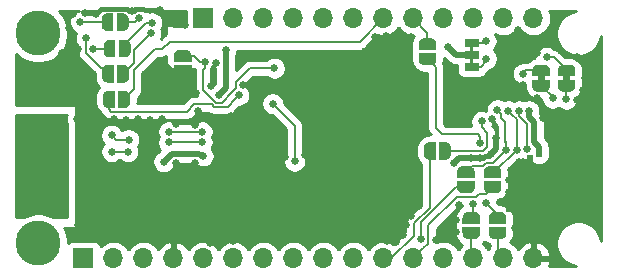
<source format=gbr>
G04 #@! TF.GenerationSoftware,KiCad,Pcbnew,(5.1.4)-1*
G04 #@! TF.CreationDate,2020-02-24T10:19:24-05:00*
G04 #@! TF.ProjectId,Feather-NEO-M9N-GPS,46656174-6865-4722-9d4e-454f2d4d394e,rev?*
G04 #@! TF.SameCoordinates,Original*
G04 #@! TF.FileFunction,Copper,L2,Bot*
G04 #@! TF.FilePolarity,Positive*
%FSLAX46Y46*%
G04 Gerber Fmt 4.6, Leading zero omitted, Abs format (unit mm)*
G04 Created by KiCad (PCBNEW (5.1.4)-1) date 2020-02-24 10:19:24*
%MOMM*%
%LPD*%
G04 APERTURE LIST*
%ADD10C,0.100000*%
%ADD11C,0.500000*%
%ADD12O,1.700000X1.700000*%
%ADD13R,1.700000X1.700000*%
%ADD14R,1.270000X0.635000*%
%ADD15C,3.800000*%
%ADD16C,0.660400*%
%ADD17C,0.609600*%
%ADD18C,0.152400*%
%ADD19C,0.508000*%
%ADD20C,0.381000*%
%ADD21C,0.254000*%
G04 APERTURE END LIST*
D10*
G36*
X167995600Y-78130400D02*
G01*
X167995600Y-78536800D01*
X167741600Y-78536800D01*
X167741600Y-78130400D01*
X167995600Y-78130400D01*
G37*
G36*
X167995600Y-79146400D02*
G01*
X167995600Y-79552800D01*
X167741600Y-79552800D01*
X167741600Y-79146400D01*
X167995600Y-79146400D01*
G37*
G36*
X174046160Y-80572800D02*
G01*
X174046160Y-81072800D01*
X173446160Y-81072800D01*
X173446160Y-80572800D01*
X174046160Y-80572800D01*
G37*
G36*
X176195000Y-80572800D02*
G01*
X176195000Y-81072800D01*
X175595000Y-81072800D01*
X175595000Y-80572800D01*
X176195000Y-80572800D01*
G37*
D11*
X165610300Y-86982300D03*
D10*
G36*
X165610300Y-86232902D02*
G01*
X165634834Y-86232902D01*
X165683665Y-86237712D01*
X165731790Y-86247284D01*
X165778745Y-86261528D01*
X165824078Y-86280305D01*
X165867351Y-86303436D01*
X165908150Y-86330696D01*
X165946079Y-86361824D01*
X165980776Y-86396521D01*
X166011904Y-86434450D01*
X166039164Y-86475249D01*
X166062295Y-86518522D01*
X166081072Y-86563855D01*
X166095316Y-86610810D01*
X166104888Y-86658935D01*
X166109698Y-86707766D01*
X166109698Y-86732300D01*
X166110300Y-86732300D01*
X166110300Y-87232300D01*
X166109698Y-87232300D01*
X166109698Y-87256834D01*
X166104888Y-87305665D01*
X166095316Y-87353790D01*
X166081072Y-87400745D01*
X166062295Y-87446078D01*
X166039164Y-87489351D01*
X166011904Y-87530150D01*
X165980776Y-87568079D01*
X165946079Y-87602776D01*
X165908150Y-87633904D01*
X165867351Y-87661164D01*
X165824078Y-87684295D01*
X165778745Y-87703072D01*
X165731790Y-87717316D01*
X165683665Y-87726888D01*
X165634834Y-87731698D01*
X165610300Y-87731698D01*
X165610300Y-87732300D01*
X165110300Y-87732300D01*
X165110300Y-86232300D01*
X165610300Y-86232300D01*
X165610300Y-86232902D01*
X165610300Y-86232902D01*
G37*
D11*
X164310300Y-86982300D03*
D10*
G36*
X164810300Y-87732300D02*
G01*
X164310300Y-87732300D01*
X164310300Y-87731698D01*
X164285766Y-87731698D01*
X164236935Y-87726888D01*
X164188810Y-87717316D01*
X164141855Y-87703072D01*
X164096522Y-87684295D01*
X164053249Y-87661164D01*
X164012450Y-87633904D01*
X163974521Y-87602776D01*
X163939824Y-87568079D01*
X163908696Y-87530150D01*
X163881436Y-87489351D01*
X163858305Y-87446078D01*
X163839528Y-87400745D01*
X163825284Y-87353790D01*
X163815712Y-87305665D01*
X163810902Y-87256834D01*
X163810902Y-87232300D01*
X163810300Y-87232300D01*
X163810300Y-86732300D01*
X163810902Y-86732300D01*
X163810902Y-86707766D01*
X163815712Y-86658935D01*
X163825284Y-86610810D01*
X163839528Y-86563855D01*
X163858305Y-86518522D01*
X163881436Y-86475249D01*
X163908696Y-86434450D01*
X163939824Y-86396521D01*
X163974521Y-86361824D01*
X164012450Y-86330696D01*
X164053249Y-86303436D01*
X164096522Y-86280305D01*
X164141855Y-86261528D01*
X164188810Y-86247284D01*
X164236935Y-86237712D01*
X164285766Y-86232902D01*
X164310300Y-86232902D01*
X164310300Y-86232300D01*
X164810300Y-86232300D01*
X164810300Y-87732300D01*
X164810300Y-87732300D01*
G37*
D11*
X164122100Y-79237600D03*
D10*
G36*
X164871498Y-79237600D02*
G01*
X164871498Y-79262134D01*
X164866688Y-79310965D01*
X164857116Y-79359090D01*
X164842872Y-79406045D01*
X164824095Y-79451378D01*
X164800964Y-79494651D01*
X164773704Y-79535450D01*
X164742576Y-79573379D01*
X164707879Y-79608076D01*
X164669950Y-79639204D01*
X164629151Y-79666464D01*
X164585878Y-79689595D01*
X164540545Y-79708372D01*
X164493590Y-79722616D01*
X164445465Y-79732188D01*
X164396634Y-79736998D01*
X164372100Y-79736998D01*
X164372100Y-79737600D01*
X163872100Y-79737600D01*
X163872100Y-79736998D01*
X163847566Y-79736998D01*
X163798735Y-79732188D01*
X163750610Y-79722616D01*
X163703655Y-79708372D01*
X163658322Y-79689595D01*
X163615049Y-79666464D01*
X163574250Y-79639204D01*
X163536321Y-79608076D01*
X163501624Y-79573379D01*
X163470496Y-79535450D01*
X163443236Y-79494651D01*
X163420105Y-79451378D01*
X163401328Y-79406045D01*
X163387084Y-79359090D01*
X163377512Y-79310965D01*
X163372702Y-79262134D01*
X163372702Y-79237600D01*
X163372100Y-79237600D01*
X163372100Y-78737600D01*
X164872100Y-78737600D01*
X164872100Y-79237600D01*
X164871498Y-79237600D01*
X164871498Y-79237600D01*
G37*
D11*
X164122100Y-77937600D03*
D10*
G36*
X163372100Y-78437600D02*
G01*
X163372100Y-77937600D01*
X163372702Y-77937600D01*
X163372702Y-77913066D01*
X163377512Y-77864235D01*
X163387084Y-77816110D01*
X163401328Y-77769155D01*
X163420105Y-77723822D01*
X163443236Y-77680549D01*
X163470496Y-77639750D01*
X163501624Y-77601821D01*
X163536321Y-77567124D01*
X163574250Y-77535996D01*
X163615049Y-77508736D01*
X163658322Y-77485605D01*
X163703655Y-77466828D01*
X163750610Y-77452584D01*
X163798735Y-77443012D01*
X163847566Y-77438202D01*
X163872100Y-77438202D01*
X163872100Y-77437600D01*
X164372100Y-77437600D01*
X164372100Y-77438202D01*
X164396634Y-77438202D01*
X164445465Y-77443012D01*
X164493590Y-77452584D01*
X164540545Y-77466828D01*
X164585878Y-77485605D01*
X164629151Y-77508736D01*
X164669950Y-77535996D01*
X164707879Y-77567124D01*
X164742576Y-77601821D01*
X164773704Y-77639750D01*
X164800964Y-77680549D01*
X164824095Y-77723822D01*
X164842872Y-77769155D01*
X164857116Y-77816110D01*
X164866688Y-77864235D01*
X164871498Y-77913066D01*
X164871498Y-77937600D01*
X164872100Y-77937600D01*
X164872100Y-78437600D01*
X163372100Y-78437600D01*
X163372100Y-78437600D01*
G37*
D11*
X143395700Y-80228200D03*
D10*
G36*
X144145098Y-80228200D02*
G01*
X144145098Y-80252734D01*
X144140288Y-80301565D01*
X144130716Y-80349690D01*
X144116472Y-80396645D01*
X144097695Y-80441978D01*
X144074564Y-80485251D01*
X144047304Y-80526050D01*
X144016176Y-80563979D01*
X143981479Y-80598676D01*
X143943550Y-80629804D01*
X143902751Y-80657064D01*
X143859478Y-80680195D01*
X143814145Y-80698972D01*
X143767190Y-80713216D01*
X143719065Y-80722788D01*
X143670234Y-80727598D01*
X143645700Y-80727598D01*
X143645700Y-80728200D01*
X143145700Y-80728200D01*
X143145700Y-80727598D01*
X143121166Y-80727598D01*
X143072335Y-80722788D01*
X143024210Y-80713216D01*
X142977255Y-80698972D01*
X142931922Y-80680195D01*
X142888649Y-80657064D01*
X142847850Y-80629804D01*
X142809921Y-80598676D01*
X142775224Y-80563979D01*
X142744096Y-80526050D01*
X142716836Y-80485251D01*
X142693705Y-80441978D01*
X142674928Y-80396645D01*
X142660684Y-80349690D01*
X142651112Y-80301565D01*
X142646302Y-80252734D01*
X142646302Y-80228200D01*
X142645700Y-80228200D01*
X142645700Y-79728200D01*
X144145700Y-79728200D01*
X144145700Y-80228200D01*
X144145098Y-80228200D01*
X144145098Y-80228200D01*
G37*
D11*
X143395700Y-78928200D03*
D10*
G36*
X142645700Y-79428200D02*
G01*
X142645700Y-78928200D01*
X142646302Y-78928200D01*
X142646302Y-78903666D01*
X142651112Y-78854835D01*
X142660684Y-78806710D01*
X142674928Y-78759755D01*
X142693705Y-78714422D01*
X142716836Y-78671149D01*
X142744096Y-78630350D01*
X142775224Y-78592421D01*
X142809921Y-78557724D01*
X142847850Y-78526596D01*
X142888649Y-78499336D01*
X142931922Y-78476205D01*
X142977255Y-78457428D01*
X143024210Y-78443184D01*
X143072335Y-78433612D01*
X143121166Y-78428802D01*
X143145700Y-78428802D01*
X143145700Y-78428200D01*
X143645700Y-78428200D01*
X143645700Y-78428802D01*
X143670234Y-78428802D01*
X143719065Y-78433612D01*
X143767190Y-78443184D01*
X143814145Y-78457428D01*
X143859478Y-78476205D01*
X143902751Y-78499336D01*
X143943550Y-78526596D01*
X143981479Y-78557724D01*
X144016176Y-78592421D01*
X144047304Y-78630350D01*
X144074564Y-78671149D01*
X144097695Y-78714422D01*
X144116472Y-78759755D01*
X144130716Y-78806710D01*
X144140288Y-78854835D01*
X144145098Y-78903666D01*
X144145098Y-78928200D01*
X144145700Y-78928200D01*
X144145700Y-79428200D01*
X142645700Y-79428200D01*
X142645700Y-79428200D01*
G37*
D11*
X169633900Y-90070700D03*
D10*
G36*
X170383298Y-90070700D02*
G01*
X170383298Y-90095234D01*
X170378488Y-90144065D01*
X170368916Y-90192190D01*
X170354672Y-90239145D01*
X170335895Y-90284478D01*
X170312764Y-90327751D01*
X170285504Y-90368550D01*
X170254376Y-90406479D01*
X170219679Y-90441176D01*
X170181750Y-90472304D01*
X170140951Y-90499564D01*
X170097678Y-90522695D01*
X170052345Y-90541472D01*
X170005390Y-90555716D01*
X169957265Y-90565288D01*
X169908434Y-90570098D01*
X169883900Y-90570098D01*
X169883900Y-90570700D01*
X169383900Y-90570700D01*
X169383900Y-90570098D01*
X169359366Y-90570098D01*
X169310535Y-90565288D01*
X169262410Y-90555716D01*
X169215455Y-90541472D01*
X169170122Y-90522695D01*
X169126849Y-90499564D01*
X169086050Y-90472304D01*
X169048121Y-90441176D01*
X169013424Y-90406479D01*
X168982296Y-90368550D01*
X168955036Y-90327751D01*
X168931905Y-90284478D01*
X168913128Y-90239145D01*
X168898884Y-90192190D01*
X168889312Y-90144065D01*
X168884502Y-90095234D01*
X168884502Y-90070700D01*
X168883900Y-90070700D01*
X168883900Y-89570700D01*
X170383900Y-89570700D01*
X170383900Y-90070700D01*
X170383298Y-90070700D01*
X170383298Y-90070700D01*
G37*
D11*
X169633900Y-88770700D03*
D10*
G36*
X168883900Y-89270700D02*
G01*
X168883900Y-88770700D01*
X168884502Y-88770700D01*
X168884502Y-88746166D01*
X168889312Y-88697335D01*
X168898884Y-88649210D01*
X168913128Y-88602255D01*
X168931905Y-88556922D01*
X168955036Y-88513649D01*
X168982296Y-88472850D01*
X169013424Y-88434921D01*
X169048121Y-88400224D01*
X169086050Y-88369096D01*
X169126849Y-88341836D01*
X169170122Y-88318705D01*
X169215455Y-88299928D01*
X169262410Y-88285684D01*
X169310535Y-88276112D01*
X169359366Y-88271302D01*
X169383900Y-88271302D01*
X169383900Y-88270700D01*
X169883900Y-88270700D01*
X169883900Y-88271302D01*
X169908434Y-88271302D01*
X169957265Y-88276112D01*
X170005390Y-88285684D01*
X170052345Y-88299928D01*
X170097678Y-88318705D01*
X170140951Y-88341836D01*
X170181750Y-88369096D01*
X170219679Y-88400224D01*
X170254376Y-88434921D01*
X170285504Y-88472850D01*
X170312764Y-88513649D01*
X170335895Y-88556922D01*
X170354672Y-88602255D01*
X170368916Y-88649210D01*
X170378488Y-88697335D01*
X170383298Y-88746166D01*
X170383298Y-88770700D01*
X170383900Y-88770700D01*
X170383900Y-89270700D01*
X168883900Y-89270700D01*
X168883900Y-89270700D01*
G37*
D11*
X167373300Y-88770700D03*
D10*
G36*
X166623902Y-88770700D02*
G01*
X166623902Y-88746166D01*
X166628712Y-88697335D01*
X166638284Y-88649210D01*
X166652528Y-88602255D01*
X166671305Y-88556922D01*
X166694436Y-88513649D01*
X166721696Y-88472850D01*
X166752824Y-88434921D01*
X166787521Y-88400224D01*
X166825450Y-88369096D01*
X166866249Y-88341836D01*
X166909522Y-88318705D01*
X166954855Y-88299928D01*
X167001810Y-88285684D01*
X167049935Y-88276112D01*
X167098766Y-88271302D01*
X167123300Y-88271302D01*
X167123300Y-88270700D01*
X167623300Y-88270700D01*
X167623300Y-88271302D01*
X167647834Y-88271302D01*
X167696665Y-88276112D01*
X167744790Y-88285684D01*
X167791745Y-88299928D01*
X167837078Y-88318705D01*
X167880351Y-88341836D01*
X167921150Y-88369096D01*
X167959079Y-88400224D01*
X167993776Y-88434921D01*
X168024904Y-88472850D01*
X168052164Y-88513649D01*
X168075295Y-88556922D01*
X168094072Y-88602255D01*
X168108316Y-88649210D01*
X168117888Y-88697335D01*
X168122698Y-88746166D01*
X168122698Y-88770700D01*
X168123300Y-88770700D01*
X168123300Y-89270700D01*
X166623300Y-89270700D01*
X166623300Y-88770700D01*
X166623902Y-88770700D01*
X166623902Y-88770700D01*
G37*
D11*
X167373300Y-90070700D03*
D10*
G36*
X168123300Y-89570700D02*
G01*
X168123300Y-90070700D01*
X168122698Y-90070700D01*
X168122698Y-90095234D01*
X168117888Y-90144065D01*
X168108316Y-90192190D01*
X168094072Y-90239145D01*
X168075295Y-90284478D01*
X168052164Y-90327751D01*
X168024904Y-90368550D01*
X167993776Y-90406479D01*
X167959079Y-90441176D01*
X167921150Y-90472304D01*
X167880351Y-90499564D01*
X167837078Y-90522695D01*
X167791745Y-90541472D01*
X167744790Y-90555716D01*
X167696665Y-90565288D01*
X167647834Y-90570098D01*
X167623300Y-90570098D01*
X167623300Y-90570700D01*
X167123300Y-90570700D01*
X167123300Y-90570098D01*
X167098766Y-90570098D01*
X167049935Y-90565288D01*
X167001810Y-90555716D01*
X166954855Y-90541472D01*
X166909522Y-90522695D01*
X166866249Y-90499564D01*
X166825450Y-90472304D01*
X166787521Y-90441176D01*
X166752824Y-90406479D01*
X166721696Y-90368550D01*
X166694436Y-90327751D01*
X166671305Y-90284478D01*
X166652528Y-90239145D01*
X166638284Y-90192190D01*
X166628712Y-90144065D01*
X166623902Y-90095234D01*
X166623902Y-90070700D01*
X166623300Y-90070700D01*
X166623300Y-89570700D01*
X168123300Y-89570700D01*
X168123300Y-89570700D01*
G37*
D12*
X173088300Y-75768200D03*
X170548300Y-75768200D03*
X168008300Y-75768200D03*
X165468300Y-75768200D03*
X162928300Y-75768200D03*
X160388300Y-75768200D03*
X157848300Y-75768200D03*
X155308300Y-75768200D03*
X152768300Y-75768200D03*
X150228300Y-75768200D03*
X147688300Y-75768200D03*
D13*
X145148300Y-75768200D03*
D12*
X173088300Y-96088200D03*
X170548300Y-96088200D03*
X168008300Y-96088200D03*
X165468300Y-96088200D03*
X162928300Y-96088200D03*
X160388300Y-96088200D03*
X157848300Y-96088200D03*
X155308300Y-96088200D03*
X152768300Y-96088200D03*
X150228300Y-96088200D03*
X147688300Y-96088200D03*
X145148300Y-96088200D03*
X142608300Y-96088200D03*
X140068300Y-96088200D03*
X137528300Y-96088200D03*
D13*
X134988300Y-96088200D03*
D11*
X138432300Y-82626200D03*
D10*
G36*
X138432300Y-81876802D02*
G01*
X138456834Y-81876802D01*
X138505665Y-81881612D01*
X138553790Y-81891184D01*
X138600745Y-81905428D01*
X138646078Y-81924205D01*
X138689351Y-81947336D01*
X138730150Y-81974596D01*
X138768079Y-82005724D01*
X138802776Y-82040421D01*
X138833904Y-82078350D01*
X138861164Y-82119149D01*
X138884295Y-82162422D01*
X138903072Y-82207755D01*
X138917316Y-82254710D01*
X138926888Y-82302835D01*
X138931698Y-82351666D01*
X138931698Y-82376200D01*
X138932300Y-82376200D01*
X138932300Y-82876200D01*
X138931698Y-82876200D01*
X138931698Y-82900734D01*
X138926888Y-82949565D01*
X138917316Y-82997690D01*
X138903072Y-83044645D01*
X138884295Y-83089978D01*
X138861164Y-83133251D01*
X138833904Y-83174050D01*
X138802776Y-83211979D01*
X138768079Y-83246676D01*
X138730150Y-83277804D01*
X138689351Y-83305064D01*
X138646078Y-83328195D01*
X138600745Y-83346972D01*
X138553790Y-83361216D01*
X138505665Y-83370788D01*
X138456834Y-83375598D01*
X138432300Y-83375598D01*
X138432300Y-83376200D01*
X137932300Y-83376200D01*
X137932300Y-81876200D01*
X138432300Y-81876200D01*
X138432300Y-81876802D01*
X138432300Y-81876802D01*
G37*
D11*
X137132300Y-82626200D03*
D10*
G36*
X137632300Y-83376200D02*
G01*
X137132300Y-83376200D01*
X137132300Y-83375598D01*
X137107766Y-83375598D01*
X137058935Y-83370788D01*
X137010810Y-83361216D01*
X136963855Y-83346972D01*
X136918522Y-83328195D01*
X136875249Y-83305064D01*
X136834450Y-83277804D01*
X136796521Y-83246676D01*
X136761824Y-83211979D01*
X136730696Y-83174050D01*
X136703436Y-83133251D01*
X136680305Y-83089978D01*
X136661528Y-83044645D01*
X136647284Y-82997690D01*
X136637712Y-82949565D01*
X136632902Y-82900734D01*
X136632902Y-82876200D01*
X136632300Y-82876200D01*
X136632300Y-82376200D01*
X136632902Y-82376200D01*
X136632902Y-82351666D01*
X136637712Y-82302835D01*
X136647284Y-82254710D01*
X136661528Y-82207755D01*
X136680305Y-82162422D01*
X136703436Y-82119149D01*
X136730696Y-82078350D01*
X136761824Y-82040421D01*
X136796521Y-82005724D01*
X136834450Y-81974596D01*
X136875249Y-81947336D01*
X136918522Y-81924205D01*
X136963855Y-81905428D01*
X137010810Y-81891184D01*
X137058935Y-81881612D01*
X137107766Y-81876802D01*
X137132300Y-81876802D01*
X137132300Y-81876200D01*
X137632300Y-81876200D01*
X137632300Y-83376200D01*
X137632300Y-83376200D01*
G37*
D14*
X167868600Y-79857600D03*
X167868600Y-78841600D03*
X167868600Y-77825600D03*
D11*
X138366500Y-80454500D03*
D10*
G36*
X138366500Y-79705102D02*
G01*
X138391034Y-79705102D01*
X138439865Y-79709912D01*
X138487990Y-79719484D01*
X138534945Y-79733728D01*
X138580278Y-79752505D01*
X138623551Y-79775636D01*
X138664350Y-79802896D01*
X138702279Y-79834024D01*
X138736976Y-79868721D01*
X138768104Y-79906650D01*
X138795364Y-79947449D01*
X138818495Y-79990722D01*
X138837272Y-80036055D01*
X138851516Y-80083010D01*
X138861088Y-80131135D01*
X138865898Y-80179966D01*
X138865898Y-80204500D01*
X138866500Y-80204500D01*
X138866500Y-80704500D01*
X138865898Y-80704500D01*
X138865898Y-80729034D01*
X138861088Y-80777865D01*
X138851516Y-80825990D01*
X138837272Y-80872945D01*
X138818495Y-80918278D01*
X138795364Y-80961551D01*
X138768104Y-81002350D01*
X138736976Y-81040279D01*
X138702279Y-81074976D01*
X138664350Y-81106104D01*
X138623551Y-81133364D01*
X138580278Y-81156495D01*
X138534945Y-81175272D01*
X138487990Y-81189516D01*
X138439865Y-81199088D01*
X138391034Y-81203898D01*
X138366500Y-81203898D01*
X138366500Y-81204500D01*
X137866500Y-81204500D01*
X137866500Y-79704500D01*
X138366500Y-79704500D01*
X138366500Y-79705102D01*
X138366500Y-79705102D01*
G37*
D11*
X137066500Y-80454500D03*
D10*
G36*
X137566500Y-81204500D02*
G01*
X137066500Y-81204500D01*
X137066500Y-81203898D01*
X137041966Y-81203898D01*
X136993135Y-81199088D01*
X136945010Y-81189516D01*
X136898055Y-81175272D01*
X136852722Y-81156495D01*
X136809449Y-81133364D01*
X136768650Y-81106104D01*
X136730721Y-81074976D01*
X136696024Y-81040279D01*
X136664896Y-81002350D01*
X136637636Y-80961551D01*
X136614505Y-80918278D01*
X136595728Y-80872945D01*
X136581484Y-80825990D01*
X136571912Y-80777865D01*
X136567102Y-80729034D01*
X136567102Y-80704500D01*
X136566500Y-80704500D01*
X136566500Y-80204500D01*
X136567102Y-80204500D01*
X136567102Y-80179966D01*
X136571912Y-80131135D01*
X136581484Y-80083010D01*
X136595728Y-80036055D01*
X136614505Y-79990722D01*
X136637636Y-79947449D01*
X136664896Y-79906650D01*
X136696024Y-79868721D01*
X136730721Y-79834024D01*
X136768650Y-79802896D01*
X136809449Y-79775636D01*
X136852722Y-79752505D01*
X136898055Y-79733728D01*
X136945010Y-79719484D01*
X136993135Y-79709912D01*
X137041966Y-79705102D01*
X137066500Y-79705102D01*
X137066500Y-79704500D01*
X137566500Y-79704500D01*
X137566500Y-81204500D01*
X137566500Y-81204500D01*
G37*
D11*
X138495800Y-78320900D03*
D10*
G36*
X138495800Y-77571502D02*
G01*
X138520334Y-77571502D01*
X138569165Y-77576312D01*
X138617290Y-77585884D01*
X138664245Y-77600128D01*
X138709578Y-77618905D01*
X138752851Y-77642036D01*
X138793650Y-77669296D01*
X138831579Y-77700424D01*
X138866276Y-77735121D01*
X138897404Y-77773050D01*
X138924664Y-77813849D01*
X138947795Y-77857122D01*
X138966572Y-77902455D01*
X138980816Y-77949410D01*
X138990388Y-77997535D01*
X138995198Y-78046366D01*
X138995198Y-78070900D01*
X138995800Y-78070900D01*
X138995800Y-78570900D01*
X138995198Y-78570900D01*
X138995198Y-78595434D01*
X138990388Y-78644265D01*
X138980816Y-78692390D01*
X138966572Y-78739345D01*
X138947795Y-78784678D01*
X138924664Y-78827951D01*
X138897404Y-78868750D01*
X138866276Y-78906679D01*
X138831579Y-78941376D01*
X138793650Y-78972504D01*
X138752851Y-78999764D01*
X138709578Y-79022895D01*
X138664245Y-79041672D01*
X138617290Y-79055916D01*
X138569165Y-79065488D01*
X138520334Y-79070298D01*
X138495800Y-79070298D01*
X138495800Y-79070900D01*
X137995800Y-79070900D01*
X137995800Y-77570900D01*
X138495800Y-77570900D01*
X138495800Y-77571502D01*
X138495800Y-77571502D01*
G37*
D11*
X137195800Y-78320900D03*
D10*
G36*
X137695800Y-79070900D02*
G01*
X137195800Y-79070900D01*
X137195800Y-79070298D01*
X137171266Y-79070298D01*
X137122435Y-79065488D01*
X137074310Y-79055916D01*
X137027355Y-79041672D01*
X136982022Y-79022895D01*
X136938749Y-78999764D01*
X136897950Y-78972504D01*
X136860021Y-78941376D01*
X136825324Y-78906679D01*
X136794196Y-78868750D01*
X136766936Y-78827951D01*
X136743805Y-78784678D01*
X136725028Y-78739345D01*
X136710784Y-78692390D01*
X136701212Y-78644265D01*
X136696402Y-78595434D01*
X136696402Y-78570900D01*
X136695800Y-78570900D01*
X136695800Y-78070900D01*
X136696402Y-78070900D01*
X136696402Y-78046366D01*
X136701212Y-77997535D01*
X136710784Y-77949410D01*
X136725028Y-77902455D01*
X136743805Y-77857122D01*
X136766936Y-77813849D01*
X136794196Y-77773050D01*
X136825324Y-77735121D01*
X136860021Y-77700424D01*
X136897950Y-77669296D01*
X136938749Y-77642036D01*
X136982022Y-77618905D01*
X137027355Y-77600128D01*
X137074310Y-77585884D01*
X137122435Y-77576312D01*
X137171266Y-77571502D01*
X137195800Y-77571502D01*
X137195800Y-77570900D01*
X137695800Y-77570900D01*
X137695800Y-79070900D01*
X137695800Y-79070900D01*
G37*
D11*
X138330700Y-76085700D03*
D10*
G36*
X138330700Y-75336302D02*
G01*
X138355234Y-75336302D01*
X138404065Y-75341112D01*
X138452190Y-75350684D01*
X138499145Y-75364928D01*
X138544478Y-75383705D01*
X138587751Y-75406836D01*
X138628550Y-75434096D01*
X138666479Y-75465224D01*
X138701176Y-75499921D01*
X138732304Y-75537850D01*
X138759564Y-75578649D01*
X138782695Y-75621922D01*
X138801472Y-75667255D01*
X138815716Y-75714210D01*
X138825288Y-75762335D01*
X138830098Y-75811166D01*
X138830098Y-75835700D01*
X138830700Y-75835700D01*
X138830700Y-76335700D01*
X138830098Y-76335700D01*
X138830098Y-76360234D01*
X138825288Y-76409065D01*
X138815716Y-76457190D01*
X138801472Y-76504145D01*
X138782695Y-76549478D01*
X138759564Y-76592751D01*
X138732304Y-76633550D01*
X138701176Y-76671479D01*
X138666479Y-76706176D01*
X138628550Y-76737304D01*
X138587751Y-76764564D01*
X138544478Y-76787695D01*
X138499145Y-76806472D01*
X138452190Y-76820716D01*
X138404065Y-76830288D01*
X138355234Y-76835098D01*
X138330700Y-76835098D01*
X138330700Y-76835700D01*
X137830700Y-76835700D01*
X137830700Y-75335700D01*
X138330700Y-75335700D01*
X138330700Y-75336302D01*
X138330700Y-75336302D01*
G37*
D11*
X137030700Y-76085700D03*
D10*
G36*
X137530700Y-76835700D02*
G01*
X137030700Y-76835700D01*
X137030700Y-76835098D01*
X137006166Y-76835098D01*
X136957335Y-76830288D01*
X136909210Y-76820716D01*
X136862255Y-76806472D01*
X136816922Y-76787695D01*
X136773649Y-76764564D01*
X136732850Y-76737304D01*
X136694921Y-76706176D01*
X136660224Y-76671479D01*
X136629096Y-76633550D01*
X136601836Y-76592751D01*
X136578705Y-76549478D01*
X136559928Y-76504145D01*
X136545684Y-76457190D01*
X136536112Y-76409065D01*
X136531302Y-76360234D01*
X136531302Y-76335700D01*
X136530700Y-76335700D01*
X136530700Y-75835700D01*
X136531302Y-75835700D01*
X136531302Y-75811166D01*
X136536112Y-75762335D01*
X136545684Y-75714210D01*
X136559928Y-75667255D01*
X136578705Y-75621922D01*
X136601836Y-75578649D01*
X136629096Y-75537850D01*
X136660224Y-75499921D01*
X136694921Y-75465224D01*
X136732850Y-75434096D01*
X136773649Y-75406836D01*
X136816922Y-75383705D01*
X136862255Y-75364928D01*
X136909210Y-75350684D01*
X136957335Y-75341112D01*
X137006166Y-75336302D01*
X137030700Y-75336302D01*
X137030700Y-75335700D01*
X137530700Y-75335700D01*
X137530700Y-76835700D01*
X137530700Y-76835700D01*
G37*
D11*
X167835580Y-92644200D03*
D10*
G36*
X167086182Y-92644200D02*
G01*
X167086182Y-92619666D01*
X167090992Y-92570835D01*
X167100564Y-92522710D01*
X167114808Y-92475755D01*
X167133585Y-92430422D01*
X167156716Y-92387149D01*
X167183976Y-92346350D01*
X167215104Y-92308421D01*
X167249801Y-92273724D01*
X167287730Y-92242596D01*
X167328529Y-92215336D01*
X167371802Y-92192205D01*
X167417135Y-92173428D01*
X167464090Y-92159184D01*
X167512215Y-92149612D01*
X167561046Y-92144802D01*
X167585580Y-92144802D01*
X167585580Y-92144200D01*
X168085580Y-92144200D01*
X168085580Y-92144802D01*
X168110114Y-92144802D01*
X168158945Y-92149612D01*
X168207070Y-92159184D01*
X168254025Y-92173428D01*
X168299358Y-92192205D01*
X168342631Y-92215336D01*
X168383430Y-92242596D01*
X168421359Y-92273724D01*
X168456056Y-92308421D01*
X168487184Y-92346350D01*
X168514444Y-92387149D01*
X168537575Y-92430422D01*
X168556352Y-92475755D01*
X168570596Y-92522710D01*
X168580168Y-92570835D01*
X168584978Y-92619666D01*
X168584978Y-92644200D01*
X168585580Y-92644200D01*
X168585580Y-93144200D01*
X167085580Y-93144200D01*
X167085580Y-92644200D01*
X167086182Y-92644200D01*
X167086182Y-92644200D01*
G37*
D11*
X167835580Y-93944200D03*
D10*
G36*
X168585580Y-93444200D02*
G01*
X168585580Y-93944200D01*
X168584978Y-93944200D01*
X168584978Y-93968734D01*
X168580168Y-94017565D01*
X168570596Y-94065690D01*
X168556352Y-94112645D01*
X168537575Y-94157978D01*
X168514444Y-94201251D01*
X168487184Y-94242050D01*
X168456056Y-94279979D01*
X168421359Y-94314676D01*
X168383430Y-94345804D01*
X168342631Y-94373064D01*
X168299358Y-94396195D01*
X168254025Y-94414972D01*
X168207070Y-94429216D01*
X168158945Y-94438788D01*
X168110114Y-94443598D01*
X168085580Y-94443598D01*
X168085580Y-94444200D01*
X167585580Y-94444200D01*
X167585580Y-94443598D01*
X167561046Y-94443598D01*
X167512215Y-94438788D01*
X167464090Y-94429216D01*
X167417135Y-94414972D01*
X167371802Y-94396195D01*
X167328529Y-94373064D01*
X167287730Y-94345804D01*
X167249801Y-94314676D01*
X167215104Y-94279979D01*
X167183976Y-94242050D01*
X167156716Y-94201251D01*
X167133585Y-94157978D01*
X167114808Y-94112645D01*
X167100564Y-94065690D01*
X167090992Y-94017565D01*
X167086182Y-93968734D01*
X167086182Y-93944200D01*
X167085580Y-93944200D01*
X167085580Y-93444200D01*
X168585580Y-93444200D01*
X168585580Y-93444200D01*
G37*
D11*
X170055540Y-93949280D03*
D10*
G36*
X170804938Y-93949280D02*
G01*
X170804938Y-93973814D01*
X170800128Y-94022645D01*
X170790556Y-94070770D01*
X170776312Y-94117725D01*
X170757535Y-94163058D01*
X170734404Y-94206331D01*
X170707144Y-94247130D01*
X170676016Y-94285059D01*
X170641319Y-94319756D01*
X170603390Y-94350884D01*
X170562591Y-94378144D01*
X170519318Y-94401275D01*
X170473985Y-94420052D01*
X170427030Y-94434296D01*
X170378905Y-94443868D01*
X170330074Y-94448678D01*
X170305540Y-94448678D01*
X170305540Y-94449280D01*
X169805540Y-94449280D01*
X169805540Y-94448678D01*
X169781006Y-94448678D01*
X169732175Y-94443868D01*
X169684050Y-94434296D01*
X169637095Y-94420052D01*
X169591762Y-94401275D01*
X169548489Y-94378144D01*
X169507690Y-94350884D01*
X169469761Y-94319756D01*
X169435064Y-94285059D01*
X169403936Y-94247130D01*
X169376676Y-94206331D01*
X169353545Y-94163058D01*
X169334768Y-94117725D01*
X169320524Y-94070770D01*
X169310952Y-94022645D01*
X169306142Y-93973814D01*
X169306142Y-93949280D01*
X169305540Y-93949280D01*
X169305540Y-93449280D01*
X170805540Y-93449280D01*
X170805540Y-93949280D01*
X170804938Y-93949280D01*
X170804938Y-93949280D01*
G37*
D11*
X170055540Y-92649280D03*
D10*
G36*
X169305540Y-93149280D02*
G01*
X169305540Y-92649280D01*
X169306142Y-92649280D01*
X169306142Y-92624746D01*
X169310952Y-92575915D01*
X169320524Y-92527790D01*
X169334768Y-92480835D01*
X169353545Y-92435502D01*
X169376676Y-92392229D01*
X169403936Y-92351430D01*
X169435064Y-92313501D01*
X169469761Y-92278804D01*
X169507690Y-92247676D01*
X169548489Y-92220416D01*
X169591762Y-92197285D01*
X169637095Y-92178508D01*
X169684050Y-92164264D01*
X169732175Y-92154692D01*
X169781006Y-92149882D01*
X169805540Y-92149882D01*
X169805540Y-92149280D01*
X170305540Y-92149280D01*
X170305540Y-92149882D01*
X170330074Y-92149882D01*
X170378905Y-92154692D01*
X170427030Y-92164264D01*
X170473985Y-92178508D01*
X170519318Y-92197285D01*
X170562591Y-92220416D01*
X170603390Y-92247676D01*
X170641319Y-92278804D01*
X170676016Y-92313501D01*
X170707144Y-92351430D01*
X170734404Y-92392229D01*
X170757535Y-92435502D01*
X170776312Y-92480835D01*
X170790556Y-92527790D01*
X170800128Y-92575915D01*
X170804938Y-92624746D01*
X170804938Y-92649280D01*
X170805540Y-92649280D01*
X170805540Y-93149280D01*
X169305540Y-93149280D01*
X169305540Y-93149280D01*
G37*
D11*
X173746160Y-81472800D03*
D10*
G36*
X174496160Y-80972800D02*
G01*
X174496160Y-81472800D01*
X174495558Y-81472800D01*
X174495558Y-81497334D01*
X174490748Y-81546165D01*
X174481176Y-81594290D01*
X174466932Y-81641245D01*
X174448155Y-81686578D01*
X174425024Y-81729851D01*
X174397764Y-81770650D01*
X174366636Y-81808579D01*
X174331939Y-81843276D01*
X174294010Y-81874404D01*
X174253211Y-81901664D01*
X174209938Y-81924795D01*
X174164605Y-81943572D01*
X174117650Y-81957816D01*
X174069525Y-81967388D01*
X174020694Y-81972198D01*
X173996160Y-81972198D01*
X173996160Y-81972800D01*
X173496160Y-81972800D01*
X173496160Y-81972198D01*
X173471626Y-81972198D01*
X173422795Y-81967388D01*
X173374670Y-81957816D01*
X173327715Y-81943572D01*
X173282382Y-81924795D01*
X173239109Y-81901664D01*
X173198310Y-81874404D01*
X173160381Y-81843276D01*
X173125684Y-81808579D01*
X173094556Y-81770650D01*
X173067296Y-81729851D01*
X173044165Y-81686578D01*
X173025388Y-81641245D01*
X173011144Y-81594290D01*
X173001572Y-81546165D01*
X172996762Y-81497334D01*
X172996762Y-81472800D01*
X172996160Y-81472800D01*
X172996160Y-80972800D01*
X174496160Y-80972800D01*
X174496160Y-80972800D01*
G37*
D11*
X173746160Y-80172800D03*
D10*
G36*
X172996762Y-80172800D02*
G01*
X172996762Y-80148266D01*
X173001572Y-80099435D01*
X173011144Y-80051310D01*
X173025388Y-80004355D01*
X173044165Y-79959022D01*
X173067296Y-79915749D01*
X173094556Y-79874950D01*
X173125684Y-79837021D01*
X173160381Y-79802324D01*
X173198310Y-79771196D01*
X173239109Y-79743936D01*
X173282382Y-79720805D01*
X173327715Y-79702028D01*
X173374670Y-79687784D01*
X173422795Y-79678212D01*
X173471626Y-79673402D01*
X173496160Y-79673402D01*
X173496160Y-79672800D01*
X173996160Y-79672800D01*
X173996160Y-79673402D01*
X174020694Y-79673402D01*
X174069525Y-79678212D01*
X174117650Y-79687784D01*
X174164605Y-79702028D01*
X174209938Y-79720805D01*
X174253211Y-79743936D01*
X174294010Y-79771196D01*
X174331939Y-79802324D01*
X174366636Y-79837021D01*
X174397764Y-79874950D01*
X174425024Y-79915749D01*
X174448155Y-79959022D01*
X174466932Y-80004355D01*
X174481176Y-80051310D01*
X174490748Y-80099435D01*
X174495558Y-80148266D01*
X174495558Y-80172800D01*
X174496160Y-80172800D01*
X174496160Y-80672800D01*
X172996160Y-80672800D01*
X172996160Y-80172800D01*
X172996762Y-80172800D01*
X172996762Y-80172800D01*
G37*
D11*
X175895000Y-81472800D03*
D10*
G36*
X176645000Y-80972800D02*
G01*
X176645000Y-81472800D01*
X176644398Y-81472800D01*
X176644398Y-81497334D01*
X176639588Y-81546165D01*
X176630016Y-81594290D01*
X176615772Y-81641245D01*
X176596995Y-81686578D01*
X176573864Y-81729851D01*
X176546604Y-81770650D01*
X176515476Y-81808579D01*
X176480779Y-81843276D01*
X176442850Y-81874404D01*
X176402051Y-81901664D01*
X176358778Y-81924795D01*
X176313445Y-81943572D01*
X176266490Y-81957816D01*
X176218365Y-81967388D01*
X176169534Y-81972198D01*
X176145000Y-81972198D01*
X176145000Y-81972800D01*
X175645000Y-81972800D01*
X175645000Y-81972198D01*
X175620466Y-81972198D01*
X175571635Y-81967388D01*
X175523510Y-81957816D01*
X175476555Y-81943572D01*
X175431222Y-81924795D01*
X175387949Y-81901664D01*
X175347150Y-81874404D01*
X175309221Y-81843276D01*
X175274524Y-81808579D01*
X175243396Y-81770650D01*
X175216136Y-81729851D01*
X175193005Y-81686578D01*
X175174228Y-81641245D01*
X175159984Y-81594290D01*
X175150412Y-81546165D01*
X175145602Y-81497334D01*
X175145602Y-81472800D01*
X175145000Y-81472800D01*
X175145000Y-80972800D01*
X176645000Y-80972800D01*
X176645000Y-80972800D01*
G37*
D11*
X175895000Y-80172800D03*
D10*
G36*
X175145602Y-80172800D02*
G01*
X175145602Y-80148266D01*
X175150412Y-80099435D01*
X175159984Y-80051310D01*
X175174228Y-80004355D01*
X175193005Y-79959022D01*
X175216136Y-79915749D01*
X175243396Y-79874950D01*
X175274524Y-79837021D01*
X175309221Y-79802324D01*
X175347150Y-79771196D01*
X175387949Y-79743936D01*
X175431222Y-79720805D01*
X175476555Y-79702028D01*
X175523510Y-79687784D01*
X175571635Y-79678212D01*
X175620466Y-79673402D01*
X175645000Y-79673402D01*
X175645000Y-79672800D01*
X176145000Y-79672800D01*
X176145000Y-79673402D01*
X176169534Y-79673402D01*
X176218365Y-79678212D01*
X176266490Y-79687784D01*
X176313445Y-79702028D01*
X176358778Y-79720805D01*
X176402051Y-79743936D01*
X176442850Y-79771196D01*
X176480779Y-79802324D01*
X176515476Y-79837021D01*
X176546604Y-79874950D01*
X176573864Y-79915749D01*
X176596995Y-79959022D01*
X176615772Y-80004355D01*
X176630016Y-80051310D01*
X176639588Y-80099435D01*
X176644398Y-80148266D01*
X176644398Y-80172800D01*
X176645000Y-80172800D01*
X176645000Y-80672800D01*
X175145000Y-80672800D01*
X175145000Y-80172800D01*
X175145602Y-80172800D01*
X175145602Y-80172800D01*
G37*
D15*
X131178300Y-94818200D03*
X131178300Y-77038200D03*
D16*
X174205900Y-79070200D03*
X140690600Y-77012800D03*
X140766800Y-76136500D03*
X139727940Y-75692000D03*
X146075400Y-89712800D03*
X145249900Y-89712800D03*
X144424400Y-89712800D03*
X144487900Y-90474800D03*
X144487900Y-91173300D03*
X144487900Y-91998800D03*
X144487900Y-92824300D03*
X144487900Y-93649800D03*
X144551400Y-94538800D03*
X154406600Y-91008200D03*
X154406600Y-91821000D03*
X154406600Y-92633800D03*
X154406600Y-93446600D03*
X154406600Y-94259400D03*
X150876000Y-93472000D03*
X150164800Y-93472000D03*
X149453600Y-93472000D03*
X148742400Y-93472000D03*
X148031200Y-93472000D03*
X148386800Y-94208600D03*
X148615400Y-91008200D03*
X147878800Y-91008200D03*
X147701000Y-90068400D03*
X146837400Y-89687400D03*
X154406600Y-90195400D03*
X154406600Y-89382600D03*
X154406600Y-88569800D03*
X154406600Y-87757000D03*
X147345400Y-89077800D03*
X147218400Y-88112600D03*
X147396200Y-86537800D03*
X148132800Y-86207600D03*
X149021800Y-86207600D03*
X173098460Y-89781380D03*
X142839440Y-84739480D03*
X142844520Y-88000000D03*
X144434560Y-84754720D03*
X144434560Y-88000000D03*
X145308320Y-92227400D03*
X146171920Y-92227400D03*
X178567080Y-78430120D03*
X177434240Y-80787240D03*
X178577240Y-89519760D03*
X178536600Y-87122000D03*
X153710640Y-87325200D03*
X154940000Y-79375000D03*
X156845000Y-79375000D03*
X158750000Y-79375000D03*
X160655000Y-79375000D03*
X162560000Y-79375000D03*
X154940000Y-81280000D03*
X156845000Y-81280000D03*
X158750000Y-81280000D03*
X160655000Y-81280000D03*
X162560000Y-81280000D03*
X154940000Y-83185000D03*
X154940000Y-85090000D03*
X156845000Y-85090000D03*
X156845000Y-83185000D03*
X158750000Y-83185000D03*
X158750000Y-85090000D03*
X160655000Y-85090000D03*
X160655000Y-83185000D03*
X162560000Y-83185000D03*
X162560000Y-85090000D03*
X154940000Y-86995000D03*
X156845000Y-86995000D03*
X158750000Y-86995000D03*
X160655000Y-86995000D03*
X162560000Y-86995000D03*
X160655000Y-88900000D03*
X158750000Y-88900000D03*
X156845000Y-88900000D03*
X156845000Y-90805000D03*
X158750000Y-90805000D03*
X160655000Y-90805000D03*
X162560000Y-90805000D03*
X160655000Y-92710000D03*
X158750000Y-92710000D03*
X156845000Y-92710000D03*
X156845000Y-94615000D03*
X158750000Y-94615000D03*
X160655000Y-94615000D03*
X155194000Y-90932000D03*
X155194000Y-92710000D03*
X152019000Y-87503000D03*
X164846000Y-94488000D03*
X151511000Y-94869000D03*
X134886700Y-86233000D03*
X135039100Y-88988900D03*
X144653000Y-83642200D03*
X136118600Y-87274400D03*
X135521700Y-88226900D03*
X138785600Y-88239600D03*
X137401300Y-88252300D03*
X136690100Y-87947500D03*
X134480300Y-84277200D03*
X135470900Y-84264500D03*
X136385300Y-84289900D03*
X137541000Y-84289900D03*
X138607800Y-84353400D03*
X139636500Y-84277200D03*
X140601700Y-84366100D03*
X141630400Y-84289900D03*
X139766040Y-88000840D03*
X145206720Y-88691720D03*
X166385240Y-94604840D03*
X166542720Y-92816680D03*
X171643040Y-94706440D03*
X169204640Y-95016320D03*
X166771320Y-91572080D03*
X171500800Y-93472000D03*
X173969680Y-77282040D03*
X151297640Y-94132400D03*
X136489440Y-89225120D03*
X139379960Y-89235280D03*
X171818300Y-76720700D03*
X169926000Y-85928200D03*
D17*
X174739300Y-85864700D03*
X171030900Y-91897200D03*
D16*
X171005500Y-90449400D03*
X176352200Y-87223600D03*
X173875700Y-84226400D03*
X169583100Y-84264500D03*
X172237400Y-81368900D03*
X173875700Y-83337400D03*
X173399450Y-82530950D03*
X175488600Y-85178900D03*
X176225200Y-84429600D03*
X176618900Y-83578700D03*
X176796700Y-82677000D03*
X173355000Y-78663800D03*
X177507900Y-79883000D03*
X176809400Y-79019400D03*
X177292000Y-81813400D03*
X174879000Y-86779100D03*
X174853600Y-87833200D03*
X174625000Y-88785700D03*
X174066200Y-89458800D03*
X178396900Y-83096100D03*
X177393600Y-85153500D03*
X176415700Y-89306400D03*
X129768600Y-79832200D03*
X129768600Y-82651600D03*
X132778500Y-82689700D03*
X169976800Y-82156300D03*
X168922700Y-81902300D03*
X166738300Y-81788000D03*
X167830500Y-81788000D03*
X148209000Y-79286100D03*
X145757900Y-81457800D03*
X148513800Y-81445100D03*
X143954500Y-81470500D03*
X146278600Y-85204300D03*
X145681700Y-94805500D03*
X146545300Y-94843600D03*
X147675600Y-94615000D03*
X152349200Y-94386400D03*
X153225500Y-94411800D03*
X149872700Y-86207600D03*
X151536400Y-86791800D03*
X150837900Y-86271100D03*
X147497800Y-87337900D03*
X147497800Y-84010500D03*
X151155400Y-91122500D03*
X138526000Y-91382100D03*
X146240500Y-79514700D03*
X169481500Y-87287100D03*
X163423600Y-88252300D03*
X163360100Y-90004900D03*
X168562020Y-87612220D03*
X162560000Y-88900000D03*
X167764460Y-87594440D03*
X166339520Y-88026240D03*
X165689280Y-94279720D03*
X173436280Y-94030800D03*
X163253420Y-80398620D03*
X163220400Y-82108040D03*
X163319460Y-83538060D03*
X163268660Y-86169500D03*
X163324540Y-84526120D03*
X163311840Y-85349080D03*
X174627540Y-78011020D03*
X175460660Y-78567280D03*
X170273980Y-91338400D03*
X171005500Y-89484200D03*
X178516280Y-93395800D03*
X174790100Y-95227140D03*
X174934880Y-96365060D03*
X178567080Y-91513660D03*
X174680880Y-76619100D03*
X163385500Y-91681300D03*
X162758120Y-92458540D03*
X159331660Y-93614240D03*
X162303460Y-93271340D03*
X162077400Y-94112080D03*
X161477960Y-94724220D03*
X135841740Y-83243420D03*
X134617460Y-83350100D03*
X166542720Y-93822520D03*
D17*
X172770800Y-87604600D03*
D16*
X171828460Y-87937340D03*
X171175680Y-88590120D03*
X144553940Y-82062320D03*
X135575040Y-81221580D03*
X140279120Y-81274920D03*
X133802120Y-76553060D03*
X136047480Y-75407520D03*
X134129780Y-75435460D03*
X155836620Y-80360520D03*
X159705040Y-77335380D03*
X160644840Y-77299820D03*
X161696400Y-77299820D03*
X162727640Y-77330300D03*
X146883120Y-84599780D03*
X135475980Y-93223080D03*
X136575800Y-93210380D03*
X137614660Y-93235780D03*
X138663680Y-93174820D03*
X139745720Y-93144340D03*
X134515860Y-93223080D03*
X133827520Y-94122240D03*
X134980680Y-94274640D03*
X175239680Y-75542140D03*
X149100540Y-94835980D03*
X150131780Y-94345760D03*
X143626840Y-76286360D03*
X139090400Y-75112880D03*
X141490700Y-75077320D03*
X142082520Y-75666600D03*
X142640539Y-76274441D03*
X134523480Y-78336140D03*
X133207760Y-78694280D03*
X133151880Y-79603600D03*
X133959600Y-81048860D03*
X133484620Y-82034380D03*
X133337300Y-80492600D03*
X135115300Y-75272900D03*
X165819651Y-78147349D03*
X172720000Y-83566000D03*
D17*
X173570900Y-87261700D03*
D16*
X147053300Y-78460600D03*
X146456400Y-82232500D03*
X142201900Y-86271100D03*
X145059400Y-86233000D03*
X142214600Y-85356700D03*
X145046700Y-85369400D03*
X137388600Y-87045800D03*
X138772900Y-87058500D03*
X137375900Y-85661500D03*
X138823700Y-86029800D03*
X171856400Y-83578700D03*
X172529500Y-86791800D03*
X148158200Y-82283300D03*
X134734300Y-76111100D03*
X135826500Y-78397100D03*
X145326100Y-79463900D03*
X145326100Y-79463900D03*
X151165560Y-79984600D03*
X135216900Y-77444600D03*
X130107840Y-88332160D03*
X172217080Y-80436720D03*
X169113200Y-79184500D03*
X169087800Y-77685900D03*
X145135600Y-87414100D03*
X141782800Y-87909400D03*
X152869900Y-87871300D03*
X151003000Y-82981800D03*
X170954700Y-83578700D03*
X169049700Y-91414600D03*
X171665900Y-86880700D03*
X167982900Y-91465400D03*
X170776900Y-86893400D03*
X170040300Y-83489800D03*
X163576000Y-94462600D03*
X174726600Y-82524600D03*
X168706800Y-84493100D03*
X175869600Y-82600800D03*
X168579800Y-86334600D03*
D18*
X174792400Y-79070200D02*
X174205900Y-79070200D01*
X175895000Y-80172800D02*
X174792400Y-79070200D01*
X164122100Y-76962000D02*
X162928300Y-75768200D01*
X164122100Y-77937600D02*
X164122100Y-76962000D01*
X139280900Y-81777600D02*
X139280900Y-80114682D01*
X138432300Y-82626200D02*
X139280900Y-81777600D01*
X141027081Y-78368501D02*
X141658999Y-78368501D01*
X139280900Y-80114682D02*
X141027081Y-78368501D01*
X141658999Y-78368501D02*
X142290800Y-77736700D01*
X158419800Y-77736700D02*
X160388300Y-75768200D01*
X142290800Y-77736700D02*
X158419800Y-77736700D01*
X138442700Y-80454500D02*
X138366500Y-80454500D01*
X138891274Y-79929726D02*
X138366500Y-80454500D01*
X139272010Y-79548990D02*
X138891274Y-79929726D01*
X139272010Y-78431390D02*
X139272010Y-79548990D01*
X140690600Y-77012800D02*
X139272010Y-78431390D01*
X138495800Y-77940527D02*
X138495800Y-78320900D01*
X140299827Y-76136500D02*
X138495800Y-77940527D01*
X140766800Y-76136500D02*
X140299827Y-76136500D01*
X139334240Y-76085700D02*
X139727940Y-75692000D01*
X138330700Y-76085700D02*
X139334240Y-76085700D01*
D19*
X166771320Y-87594440D02*
X167764460Y-87594440D01*
X166339520Y-88026240D02*
X166771320Y-87594440D01*
X168544240Y-87594440D02*
X168562020Y-87612220D01*
X167764460Y-87594440D02*
X168544240Y-87594440D01*
X169926000Y-86842600D02*
X169481500Y-87287100D01*
X169926000Y-85928200D02*
X169926000Y-86842600D01*
D20*
X169319590Y-87449010D02*
X169481500Y-87287100D01*
X168951239Y-87449010D02*
X169319590Y-87449010D01*
X168788029Y-87612220D02*
X168951239Y-87449010D01*
X168562020Y-87612220D02*
X168788029Y-87612220D01*
D21*
X145757900Y-79997300D02*
X146240500Y-79514700D01*
X145757900Y-81457800D02*
X145757900Y-79997300D01*
X144546320Y-82062320D02*
X143954500Y-81470500D01*
X144553940Y-82062320D02*
X144546320Y-82062320D01*
D20*
X142652458Y-76286360D02*
X142640539Y-76274441D01*
X143626840Y-76286360D02*
X142652458Y-76286360D01*
X142640539Y-76224619D02*
X142082520Y-75666600D01*
X142640539Y-76274441D02*
X142640539Y-76224619D01*
X142079980Y-75666600D02*
X141490700Y-75077320D01*
X142082520Y-75666600D02*
X142079980Y-75666600D01*
X139240422Y-75112880D02*
X139090400Y-75112880D01*
X139382003Y-74971299D02*
X139240422Y-75112880D01*
X140073877Y-74971299D02*
X139382003Y-74971299D01*
X141490700Y-75077320D02*
X140179898Y-75077320D01*
X140179898Y-75077320D02*
X140073877Y-74971299D01*
X138863848Y-75112880D02*
X138696158Y-74945190D01*
X139090400Y-75112880D02*
X138863848Y-75112880D01*
X136377679Y-75077321D02*
X136047480Y-75407520D01*
X136509810Y-74945190D02*
X136377679Y-75077321D01*
X138696158Y-74945190D02*
X136509810Y-74945190D01*
D19*
X166513902Y-78841600D02*
X167868600Y-78841600D01*
X165819651Y-78147349D02*
X166513902Y-78841600D01*
X172720000Y-84123522D02*
X173167699Y-84571221D01*
X172720000Y-83566000D02*
X172720000Y-84123522D01*
X173570900Y-86830648D02*
X173570900Y-87261700D01*
X173570900Y-86672582D02*
X173570900Y-86830648D01*
X173167699Y-86269381D02*
X173570900Y-86672582D01*
X173167699Y-84571221D02*
X173167699Y-86269381D01*
X147053300Y-81648300D02*
X147053300Y-78460600D01*
X146456400Y-82232500D02*
X146469100Y-82232500D01*
X146469100Y-82232500D02*
X147053300Y-81648300D01*
D18*
X142240000Y-86233000D02*
X142201900Y-86271100D01*
X145059400Y-86233000D02*
X142240000Y-86233000D01*
X144579727Y-85369400D02*
X145046700Y-85369400D01*
X142694273Y-85369400D02*
X144579727Y-85369400D01*
X142681573Y-85356700D02*
X142694273Y-85369400D01*
X142214600Y-85356700D02*
X142681573Y-85356700D01*
X138760200Y-87045800D02*
X138772900Y-87058500D01*
X137388600Y-87045800D02*
X138760200Y-87045800D01*
X137744200Y-86029800D02*
X137375900Y-85661500D01*
X138823700Y-86029800D02*
X137744200Y-86029800D01*
X172529500Y-84682852D02*
X172529500Y-86791800D01*
X171856400Y-83578700D02*
X171856400Y-84009752D01*
X171856400Y-84009752D02*
X172529500Y-84682852D01*
X147828001Y-82613499D02*
X148158200Y-82283300D01*
X147199389Y-83242111D02*
X147828001Y-82613499D01*
X146070154Y-83242111D02*
X147199389Y-83242111D01*
X145863842Y-83035799D02*
X146070154Y-83242111D01*
X144361927Y-83035799D02*
X145863842Y-83035799D01*
X143745316Y-83652410D02*
X144361927Y-83035799D01*
X137310918Y-83652410D02*
X143745316Y-83652410D01*
X137132300Y-83473792D02*
X137310918Y-83652410D01*
X137132300Y-82626200D02*
X137132300Y-83473792D01*
X137005300Y-76111100D02*
X137030700Y-76085700D01*
X134734300Y-76111100D02*
X137005300Y-76111100D01*
X137119600Y-78397100D02*
X137195800Y-78320900D01*
X135826500Y-78397100D02*
X137119600Y-78397100D01*
X144243292Y-78928200D02*
X144121900Y-78928200D01*
X144323427Y-78928200D02*
X144243292Y-78928200D01*
X144859127Y-79463900D02*
X144323427Y-78928200D01*
X145326100Y-79463900D02*
X145326100Y-79463900D01*
X145151499Y-81825073D02*
X146216127Y-82889701D01*
X145151499Y-80105474D02*
X145151499Y-81825073D01*
X145326100Y-79463900D02*
X145326100Y-79930873D01*
X145326100Y-79930873D02*
X145151499Y-80105474D01*
X145326100Y-79463900D02*
X144859127Y-79463900D01*
X144121900Y-78928200D02*
X143395700Y-78928200D01*
X150698587Y-79984600D02*
X151165560Y-79984600D01*
X149076826Y-79984600D02*
X150698587Y-79984600D01*
X147907399Y-81154027D02*
X149076826Y-79984600D01*
X147907399Y-81636627D02*
X147907399Y-81154027D01*
X147551799Y-81992227D02*
X147907399Y-81636627D01*
X147551799Y-82034575D02*
X147551799Y-81992227D01*
X146696673Y-82889701D02*
X147551799Y-82034575D01*
X146216127Y-82889701D02*
X146696673Y-82889701D01*
X136541726Y-79929726D02*
X137066500Y-80454500D01*
X136461652Y-79929726D02*
X136541726Y-79929726D01*
X135216900Y-78684974D02*
X136461652Y-79929726D01*
X135216900Y-77444600D02*
X135216900Y-78684974D01*
X172481000Y-80172800D02*
X172217080Y-80436720D01*
X173746160Y-80172800D02*
X172481000Y-80172800D01*
X170055540Y-95595440D02*
X170548300Y-96088200D01*
X170055540Y-93949280D02*
X170055540Y-95595440D01*
X167835580Y-95915480D02*
X168008300Y-96088200D01*
X167835580Y-93944200D02*
X167835580Y-95915480D01*
X169113200Y-79400400D02*
X169113200Y-79184500D01*
X168656000Y-79857600D02*
X169113200Y-79400400D01*
X167868600Y-79857600D02*
X168656000Y-79857600D01*
X168948100Y-77825600D02*
X169087800Y-77685900D01*
X167868600Y-77825600D02*
X168948100Y-77825600D01*
D19*
X145009278Y-87414100D02*
X145135600Y-87414100D01*
X144810977Y-87215799D02*
X145009278Y-87414100D01*
X141782800Y-87909400D02*
X142476401Y-87215799D01*
X142476401Y-87215799D02*
X144810977Y-87215799D01*
D18*
X152869900Y-84848700D02*
X151003000Y-82981800D01*
X152869900Y-87871300D02*
X152869900Y-84848700D01*
X170413680Y-92291140D02*
X170055540Y-92649280D01*
X170055540Y-92420440D02*
X170055540Y-92649280D01*
X169049700Y-91414600D02*
X170055540Y-92420440D01*
X171665900Y-84317635D02*
X171665900Y-86880700D01*
X171284899Y-83936634D02*
X171665900Y-84317635D01*
X171284899Y-83908899D02*
X171284899Y-83936634D01*
X170954700Y-83578700D02*
X171284899Y-83908899D01*
X169775900Y-88770700D02*
X169633900Y-88770700D01*
X171665900Y-86880700D02*
X169775900Y-88770700D01*
X167982900Y-92496880D02*
X167835580Y-92644200D01*
X167982900Y-91465400D02*
X167982900Y-92496880D01*
X170776900Y-86220300D02*
X170776900Y-86893400D01*
X170700700Y-86144100D02*
X170776900Y-86220300D01*
X170700700Y-86144100D02*
X170700700Y-86259148D01*
X170700700Y-84568552D02*
X170700700Y-86144100D01*
X170370499Y-84238351D02*
X170700700Y-84568552D01*
X170370499Y-83819999D02*
X170370499Y-84238351D01*
X170040300Y-83489800D02*
X170370499Y-83819999D01*
X170776900Y-86893400D02*
X169675810Y-87994490D01*
X169065786Y-87994490D02*
X169675810Y-87994490D01*
X168814350Y-88245926D02*
X169065786Y-87994490D01*
X167898074Y-88245926D02*
X168814350Y-88245926D01*
X167373300Y-88770700D02*
X167898074Y-88245926D01*
X163576000Y-93995627D02*
X163576000Y-94462600D01*
X163576000Y-93020408D02*
X163576000Y-93995627D01*
X166525708Y-90070700D02*
X163576000Y-93020408D01*
X167373300Y-90070700D02*
X166525708Y-90070700D01*
X164182401Y-94834099D02*
X163778299Y-95238201D01*
X164182401Y-93263525D02*
X164182401Y-94834099D01*
X166586927Y-90858999D02*
X164182401Y-93263525D01*
X168195601Y-90858999D02*
X166586927Y-90858999D01*
X168459126Y-90595474D02*
X168195601Y-90858999D01*
X163778299Y-95238201D02*
X162928300Y-96088200D01*
X169109126Y-90595474D02*
X168459126Y-90595474D01*
X169633900Y-90070700D02*
X169109126Y-90595474D01*
X164310300Y-86982300D02*
X164310300Y-91787726D01*
X160388300Y-96088200D02*
X161052926Y-96088200D01*
X161052926Y-96088200D02*
X162969599Y-94171527D01*
X162969599Y-94171527D02*
X162969599Y-93128427D01*
X162969599Y-93128427D02*
X164310300Y-91787726D01*
X173926500Y-81653140D02*
X173746160Y-81472800D01*
X174726600Y-82453240D02*
X173746160Y-81472800D01*
X174726600Y-82524600D02*
X174726600Y-82453240D01*
X166210300Y-86982300D02*
X165610300Y-86982300D01*
X168829574Y-86982300D02*
X166210300Y-86982300D01*
X169186201Y-86625673D02*
X168829574Y-86982300D01*
X169186201Y-85439474D02*
X169186201Y-86625673D01*
X168706800Y-84960073D02*
X169186201Y-85439474D01*
X168706800Y-84493100D02*
X168706800Y-84960073D01*
X175869600Y-81498200D02*
X175895000Y-81472800D01*
X175250080Y-81472800D02*
X175895000Y-81472800D01*
X175869600Y-82600800D02*
X175869600Y-81498200D01*
X165363786Y-85570110D02*
X164807900Y-85014224D01*
X168374110Y-85570110D02*
X165363786Y-85570110D01*
X164807900Y-79923400D02*
X164122100Y-79237600D01*
X164807900Y-85014224D02*
X164807900Y-79923400D01*
X168579800Y-85775800D02*
X168579800Y-86334600D01*
X168374110Y-85570110D02*
X168579800Y-85775800D01*
D21*
G36*
X176348466Y-75225639D02*
G01*
X176005418Y-75367734D01*
X175696682Y-75574025D01*
X175434125Y-75836582D01*
X175227834Y-76145318D01*
X175085739Y-76488366D01*
X175013300Y-76852544D01*
X175013300Y-77223856D01*
X175085739Y-77588034D01*
X175227834Y-77931082D01*
X175434125Y-78239818D01*
X175696682Y-78502375D01*
X176005418Y-78708666D01*
X176348466Y-78850761D01*
X176712644Y-78923200D01*
X177083956Y-78923200D01*
X177448134Y-78850761D01*
X177791182Y-78708666D01*
X178099918Y-78502375D01*
X178362475Y-78239818D01*
X178568766Y-77931082D01*
X178710861Y-77588034D01*
X178778301Y-77248988D01*
X178778300Y-94607407D01*
X178710861Y-94268366D01*
X178568766Y-93925318D01*
X178362475Y-93616582D01*
X178099918Y-93354025D01*
X177791182Y-93147734D01*
X177448134Y-93005639D01*
X177083956Y-92933200D01*
X176712644Y-92933200D01*
X176348466Y-93005639D01*
X176005418Y-93147734D01*
X175696682Y-93354025D01*
X175434125Y-93616582D01*
X175227834Y-93925318D01*
X175085739Y-94268366D01*
X175013300Y-94632544D01*
X175013300Y-95003856D01*
X175085739Y-95368034D01*
X175227834Y-95711082D01*
X175434125Y-96019818D01*
X175696682Y-96282375D01*
X176005418Y-96488666D01*
X176348466Y-96630761D01*
X176687507Y-96698200D01*
X174439996Y-96698200D01*
X174529781Y-96445091D01*
X174409114Y-96215200D01*
X173215300Y-96215200D01*
X173215300Y-96235200D01*
X172961300Y-96235200D01*
X172961300Y-96215200D01*
X172941300Y-96215200D01*
X172941300Y-95961200D01*
X172961300Y-95961200D01*
X172961300Y-94768045D01*
X173215300Y-94768045D01*
X173215300Y-95961200D01*
X174409114Y-95961200D01*
X174529781Y-95731309D01*
X174432457Y-95456948D01*
X174283478Y-95206845D01*
X174088569Y-94990612D01*
X173855220Y-94816559D01*
X173592399Y-94691375D01*
X173445190Y-94646724D01*
X173215300Y-94768045D01*
X172961300Y-94768045D01*
X172731410Y-94646724D01*
X172584201Y-94691375D01*
X172321380Y-94816559D01*
X172088031Y-94990612D01*
X171893122Y-95206845D01*
X171823501Y-95323723D01*
X171789006Y-95259186D01*
X171603434Y-95033066D01*
X171377314Y-94847494D01*
X171140160Y-94720732D01*
X171143230Y-94717662D01*
X171222582Y-94620971D01*
X171277038Y-94539472D01*
X171336004Y-94429155D01*
X171373513Y-94338599D01*
X171409822Y-94218903D01*
X171428944Y-94122770D01*
X171441204Y-93998289D01*
X171441204Y-93973730D01*
X171443612Y-93949280D01*
X171443612Y-93449280D01*
X171431352Y-93324798D01*
X171423611Y-93299280D01*
X171431352Y-93273762D01*
X171443612Y-93149280D01*
X171443612Y-92649280D01*
X171441204Y-92624830D01*
X171441204Y-92600271D01*
X171428944Y-92475790D01*
X171409822Y-92379657D01*
X171373513Y-92259961D01*
X171336004Y-92169405D01*
X171277038Y-92059088D01*
X171222582Y-91977589D01*
X171143230Y-91880898D01*
X171073922Y-91811590D01*
X170977231Y-91732238D01*
X170895732Y-91677782D01*
X170785415Y-91618816D01*
X170694859Y-91581307D01*
X170575163Y-91544998D01*
X170479030Y-91525876D01*
X170354549Y-91513616D01*
X170329990Y-91513616D01*
X170305540Y-91511208D01*
X170152096Y-91511208D01*
X170014900Y-91374012D01*
X170014900Y-91319536D01*
X169991246Y-91200618D01*
X170057390Y-91194104D01*
X170153523Y-91174982D01*
X170273219Y-91138673D01*
X170363775Y-91101164D01*
X170474092Y-91042198D01*
X170555591Y-90987742D01*
X170652282Y-90908390D01*
X170721590Y-90839082D01*
X170800942Y-90742391D01*
X170855398Y-90660892D01*
X170914364Y-90550575D01*
X170951873Y-90460019D01*
X170988182Y-90340323D01*
X171007304Y-90244190D01*
X171019564Y-90119709D01*
X171019564Y-90095150D01*
X171021972Y-90070700D01*
X171021972Y-89570700D01*
X171009712Y-89446218D01*
X171001971Y-89420700D01*
X171009712Y-89395182D01*
X171021972Y-89270700D01*
X171021972Y-88770700D01*
X171019564Y-88746250D01*
X171019564Y-88721691D01*
X171007304Y-88597210D01*
X170998656Y-88553732D01*
X171706488Y-87845900D01*
X171760964Y-87845900D01*
X171947438Y-87808808D01*
X172123094Y-87736049D01*
X172185791Y-87694156D01*
X172247962Y-87719908D01*
X172434436Y-87757000D01*
X172624564Y-87757000D01*
X172754316Y-87731191D01*
X172840910Y-87860787D01*
X172971813Y-87991690D01*
X173125738Y-88094540D01*
X173296771Y-88165384D01*
X173478338Y-88201500D01*
X173663462Y-88201500D01*
X173845029Y-88165384D01*
X174016062Y-88094540D01*
X174169987Y-87991690D01*
X174300890Y-87860787D01*
X174403740Y-87706862D01*
X174474584Y-87535829D01*
X174510700Y-87354262D01*
X174510700Y-87169138D01*
X174474584Y-86987571D01*
X174459900Y-86952121D01*
X174459900Y-86716241D01*
X174464200Y-86672581D01*
X174459900Y-86628916D01*
X174459900Y-86628915D01*
X174448635Y-86514538D01*
X174447036Y-86498306D01*
X174408849Y-86372419D01*
X174396203Y-86330731D01*
X174313653Y-86176291D01*
X174202559Y-86040923D01*
X174168632Y-86013080D01*
X174056699Y-85901147D01*
X174056699Y-84614881D01*
X174060999Y-84571221D01*
X174056699Y-84527561D01*
X174056699Y-84527554D01*
X174043835Y-84396947D01*
X174034409Y-84365871D01*
X174019776Y-84317635D01*
X173993002Y-84229370D01*
X173910452Y-84074930D01*
X173799358Y-83939562D01*
X173765436Y-83911723D01*
X173656925Y-83803212D01*
X173685200Y-83661064D01*
X173685200Y-83470936D01*
X173648108Y-83284462D01*
X173575349Y-83108806D01*
X173469720Y-82950721D01*
X173335279Y-82816280D01*
X173177194Y-82710651D01*
X173001538Y-82637892D01*
X172815064Y-82600800D01*
X172624936Y-82600800D01*
X172438462Y-82637892D01*
X172272870Y-82706482D01*
X172137938Y-82650592D01*
X171951464Y-82613500D01*
X171761336Y-82613500D01*
X171574862Y-82650592D01*
X171405550Y-82720723D01*
X171236238Y-82650592D01*
X171049764Y-82613500D01*
X170859636Y-82613500D01*
X170673162Y-82650592D01*
X170579632Y-82689334D01*
X170497494Y-82634451D01*
X170321838Y-82561692D01*
X170135364Y-82524600D01*
X169945236Y-82524600D01*
X169758762Y-82561692D01*
X169583106Y-82634451D01*
X169425021Y-82740080D01*
X169290580Y-82874521D01*
X169184951Y-83032606D01*
X169112192Y-83208262D01*
X169075100Y-83394736D01*
X169075100Y-83584864D01*
X169078583Y-83602373D01*
X168988338Y-83564992D01*
X168801864Y-83527900D01*
X168611736Y-83527900D01*
X168425262Y-83564992D01*
X168249606Y-83637751D01*
X168091521Y-83743380D01*
X167957080Y-83877821D01*
X167851451Y-84035906D01*
X167778692Y-84211562D01*
X167741600Y-84398036D01*
X167741600Y-84588164D01*
X167778692Y-84774638D01*
X167813599Y-84858910D01*
X165658374Y-84858910D01*
X165519100Y-84719636D01*
X165519100Y-79958328D01*
X165522540Y-79923400D01*
X165519100Y-79888471D01*
X165519100Y-79888464D01*
X165508809Y-79783980D01*
X165492616Y-79730600D01*
X165468142Y-79649918D01*
X165445785Y-79608090D01*
X165476382Y-79507223D01*
X165495504Y-79411090D01*
X165507764Y-79286609D01*
X165507764Y-79262050D01*
X165510172Y-79237600D01*
X165510172Y-79095105D01*
X165854407Y-79439341D01*
X165882243Y-79473259D01*
X166017611Y-79584353D01*
X166172051Y-79666903D01*
X166231130Y-79684824D01*
X166339626Y-79717736D01*
X166372826Y-79721006D01*
X166470235Y-79730600D01*
X166470241Y-79730600D01*
X166513901Y-79734900D01*
X166557561Y-79730600D01*
X166595528Y-79730600D01*
X166595528Y-80175100D01*
X166607788Y-80299582D01*
X166644098Y-80419280D01*
X166703063Y-80529594D01*
X166782415Y-80626285D01*
X166879106Y-80705637D01*
X166989420Y-80764602D01*
X167109118Y-80800912D01*
X167233600Y-80813172D01*
X168503600Y-80813172D01*
X168628082Y-80800912D01*
X168747780Y-80764602D01*
X168858094Y-80705637D01*
X168954785Y-80626285D01*
X169034137Y-80529594D01*
X169093102Y-80419280D01*
X169093248Y-80418798D01*
X169161327Y-80362927D01*
X169178783Y-80341656D01*
X171251880Y-80341656D01*
X171251880Y-80531784D01*
X171288972Y-80718258D01*
X171361731Y-80893914D01*
X171467360Y-81051999D01*
X171601801Y-81186440D01*
X171759886Y-81292069D01*
X171935542Y-81364828D01*
X172122016Y-81401920D01*
X172312144Y-81401920D01*
X172358088Y-81392781D01*
X172358088Y-81472800D01*
X172360496Y-81497250D01*
X172360496Y-81521809D01*
X172372756Y-81646290D01*
X172391878Y-81742423D01*
X172428187Y-81862119D01*
X172465696Y-81952675D01*
X172524662Y-82062992D01*
X172579118Y-82144491D01*
X172658470Y-82241182D01*
X172727778Y-82310490D01*
X172824469Y-82389842D01*
X172905968Y-82444298D01*
X173016285Y-82503264D01*
X173106841Y-82540773D01*
X173226537Y-82577082D01*
X173322670Y-82596204D01*
X173447151Y-82608464D01*
X173471710Y-82608464D01*
X173496160Y-82610872D01*
X173761400Y-82610872D01*
X173761400Y-82619664D01*
X173798492Y-82806138D01*
X173871251Y-82981794D01*
X173976880Y-83139879D01*
X174111321Y-83274320D01*
X174269406Y-83379949D01*
X174445062Y-83452708D01*
X174631536Y-83489800D01*
X174821664Y-83489800D01*
X175008138Y-83452708D01*
X175183794Y-83379949D01*
X175243713Y-83339912D01*
X175254321Y-83350520D01*
X175412406Y-83456149D01*
X175588062Y-83528908D01*
X175774536Y-83566000D01*
X175964664Y-83566000D01*
X176151138Y-83528908D01*
X176326794Y-83456149D01*
X176484879Y-83350520D01*
X176619320Y-83216079D01*
X176724949Y-83057994D01*
X176797708Y-82882338D01*
X176834800Y-82695864D01*
X176834800Y-82505736D01*
X176812327Y-82392758D01*
X176816691Y-82389842D01*
X176913382Y-82310490D01*
X176982690Y-82241182D01*
X177062042Y-82144491D01*
X177116498Y-82062992D01*
X177175464Y-81952675D01*
X177212973Y-81862119D01*
X177249282Y-81742423D01*
X177268404Y-81646290D01*
X177280664Y-81521809D01*
X177280664Y-81497250D01*
X177283072Y-81472800D01*
X177283072Y-80972800D01*
X177270812Y-80848318D01*
X177263071Y-80822800D01*
X177270812Y-80797282D01*
X177283072Y-80672800D01*
X177283072Y-80172800D01*
X177280664Y-80148350D01*
X177280664Y-80123791D01*
X177268404Y-79999310D01*
X177249282Y-79903177D01*
X177212973Y-79783481D01*
X177175464Y-79692925D01*
X177116498Y-79582608D01*
X177062042Y-79501109D01*
X176982690Y-79404418D01*
X176913382Y-79335110D01*
X176816691Y-79255758D01*
X176735192Y-79201302D01*
X176624875Y-79142336D01*
X176534319Y-79104827D01*
X176414623Y-79068518D01*
X176318490Y-79049396D01*
X176194009Y-79037136D01*
X176169450Y-79037136D01*
X176145000Y-79034728D01*
X175762715Y-79034728D01*
X175320002Y-78592015D01*
X175297727Y-78564873D01*
X175189433Y-78475998D01*
X175065881Y-78409958D01*
X174931820Y-78369291D01*
X174863235Y-78362536D01*
X174821179Y-78320480D01*
X174663094Y-78214851D01*
X174487438Y-78142092D01*
X174300964Y-78105000D01*
X174110836Y-78105000D01*
X173924362Y-78142092D01*
X173748706Y-78214851D01*
X173590621Y-78320480D01*
X173456180Y-78454921D01*
X173350551Y-78613006D01*
X173277792Y-78788662D01*
X173240700Y-78975136D01*
X173240700Y-79065701D01*
X173226537Y-79068518D01*
X173106841Y-79104827D01*
X173016285Y-79142336D01*
X172905968Y-79201302D01*
X172824469Y-79255758D01*
X172727778Y-79335110D01*
X172658470Y-79404418D01*
X172611542Y-79461600D01*
X172515925Y-79461600D01*
X172480999Y-79458160D01*
X172446073Y-79461600D01*
X172446064Y-79461600D01*
X172341580Y-79471891D01*
X172330661Y-79475203D01*
X172312144Y-79471520D01*
X172122016Y-79471520D01*
X171935542Y-79508612D01*
X171759886Y-79581371D01*
X171601801Y-79687000D01*
X171467360Y-79821441D01*
X171361731Y-79979526D01*
X171288972Y-80155182D01*
X171251880Y-80341656D01*
X169178783Y-80341656D01*
X169183601Y-80335786D01*
X169415294Y-80104093D01*
X169570394Y-80039849D01*
X169728479Y-79934220D01*
X169862920Y-79799779D01*
X169968549Y-79641694D01*
X170041308Y-79466038D01*
X170078400Y-79279564D01*
X170078400Y-79089436D01*
X170041308Y-78902962D01*
X169968549Y-78727306D01*
X169862920Y-78569221D01*
X169728479Y-78434780D01*
X169713756Y-78424943D01*
X169837520Y-78301179D01*
X169943149Y-78143094D01*
X170015908Y-77967438D01*
X170053000Y-77780964D01*
X170053000Y-77590836D01*
X170015908Y-77404362D01*
X169943149Y-77228706D01*
X169839061Y-77072927D01*
X169977266Y-77146799D01*
X170257189Y-77231713D01*
X170475350Y-77253200D01*
X170621250Y-77253200D01*
X170839411Y-77231713D01*
X171119334Y-77146799D01*
X171377314Y-77008906D01*
X171603434Y-76823334D01*
X171789006Y-76597214D01*
X171818300Y-76542409D01*
X171847594Y-76597214D01*
X172033166Y-76823334D01*
X172259286Y-77008906D01*
X172517266Y-77146799D01*
X172797189Y-77231713D01*
X173015350Y-77253200D01*
X173161250Y-77253200D01*
X173379411Y-77231713D01*
X173659334Y-77146799D01*
X173917314Y-77008906D01*
X174143434Y-76823334D01*
X174329006Y-76597214D01*
X174466899Y-76339234D01*
X174551813Y-76059311D01*
X174580485Y-75768200D01*
X174551813Y-75477089D01*
X174466899Y-75197166D01*
X174446071Y-75158200D01*
X176687507Y-75158200D01*
X176348466Y-75225639D01*
X176348466Y-75225639D01*
G37*
X176348466Y-75225639D02*
X176005418Y-75367734D01*
X175696682Y-75574025D01*
X175434125Y-75836582D01*
X175227834Y-76145318D01*
X175085739Y-76488366D01*
X175013300Y-76852544D01*
X175013300Y-77223856D01*
X175085739Y-77588034D01*
X175227834Y-77931082D01*
X175434125Y-78239818D01*
X175696682Y-78502375D01*
X176005418Y-78708666D01*
X176348466Y-78850761D01*
X176712644Y-78923200D01*
X177083956Y-78923200D01*
X177448134Y-78850761D01*
X177791182Y-78708666D01*
X178099918Y-78502375D01*
X178362475Y-78239818D01*
X178568766Y-77931082D01*
X178710861Y-77588034D01*
X178778301Y-77248988D01*
X178778300Y-94607407D01*
X178710861Y-94268366D01*
X178568766Y-93925318D01*
X178362475Y-93616582D01*
X178099918Y-93354025D01*
X177791182Y-93147734D01*
X177448134Y-93005639D01*
X177083956Y-92933200D01*
X176712644Y-92933200D01*
X176348466Y-93005639D01*
X176005418Y-93147734D01*
X175696682Y-93354025D01*
X175434125Y-93616582D01*
X175227834Y-93925318D01*
X175085739Y-94268366D01*
X175013300Y-94632544D01*
X175013300Y-95003856D01*
X175085739Y-95368034D01*
X175227834Y-95711082D01*
X175434125Y-96019818D01*
X175696682Y-96282375D01*
X176005418Y-96488666D01*
X176348466Y-96630761D01*
X176687507Y-96698200D01*
X174439996Y-96698200D01*
X174529781Y-96445091D01*
X174409114Y-96215200D01*
X173215300Y-96215200D01*
X173215300Y-96235200D01*
X172961300Y-96235200D01*
X172961300Y-96215200D01*
X172941300Y-96215200D01*
X172941300Y-95961200D01*
X172961300Y-95961200D01*
X172961300Y-94768045D01*
X173215300Y-94768045D01*
X173215300Y-95961200D01*
X174409114Y-95961200D01*
X174529781Y-95731309D01*
X174432457Y-95456948D01*
X174283478Y-95206845D01*
X174088569Y-94990612D01*
X173855220Y-94816559D01*
X173592399Y-94691375D01*
X173445190Y-94646724D01*
X173215300Y-94768045D01*
X172961300Y-94768045D01*
X172731410Y-94646724D01*
X172584201Y-94691375D01*
X172321380Y-94816559D01*
X172088031Y-94990612D01*
X171893122Y-95206845D01*
X171823501Y-95323723D01*
X171789006Y-95259186D01*
X171603434Y-95033066D01*
X171377314Y-94847494D01*
X171140160Y-94720732D01*
X171143230Y-94717662D01*
X171222582Y-94620971D01*
X171277038Y-94539472D01*
X171336004Y-94429155D01*
X171373513Y-94338599D01*
X171409822Y-94218903D01*
X171428944Y-94122770D01*
X171441204Y-93998289D01*
X171441204Y-93973730D01*
X171443612Y-93949280D01*
X171443612Y-93449280D01*
X171431352Y-93324798D01*
X171423611Y-93299280D01*
X171431352Y-93273762D01*
X171443612Y-93149280D01*
X171443612Y-92649280D01*
X171441204Y-92624830D01*
X171441204Y-92600271D01*
X171428944Y-92475790D01*
X171409822Y-92379657D01*
X171373513Y-92259961D01*
X171336004Y-92169405D01*
X171277038Y-92059088D01*
X171222582Y-91977589D01*
X171143230Y-91880898D01*
X171073922Y-91811590D01*
X170977231Y-91732238D01*
X170895732Y-91677782D01*
X170785415Y-91618816D01*
X170694859Y-91581307D01*
X170575163Y-91544998D01*
X170479030Y-91525876D01*
X170354549Y-91513616D01*
X170329990Y-91513616D01*
X170305540Y-91511208D01*
X170152096Y-91511208D01*
X170014900Y-91374012D01*
X170014900Y-91319536D01*
X169991246Y-91200618D01*
X170057390Y-91194104D01*
X170153523Y-91174982D01*
X170273219Y-91138673D01*
X170363775Y-91101164D01*
X170474092Y-91042198D01*
X170555591Y-90987742D01*
X170652282Y-90908390D01*
X170721590Y-90839082D01*
X170800942Y-90742391D01*
X170855398Y-90660892D01*
X170914364Y-90550575D01*
X170951873Y-90460019D01*
X170988182Y-90340323D01*
X171007304Y-90244190D01*
X171019564Y-90119709D01*
X171019564Y-90095150D01*
X171021972Y-90070700D01*
X171021972Y-89570700D01*
X171009712Y-89446218D01*
X171001971Y-89420700D01*
X171009712Y-89395182D01*
X171021972Y-89270700D01*
X171021972Y-88770700D01*
X171019564Y-88746250D01*
X171019564Y-88721691D01*
X171007304Y-88597210D01*
X170998656Y-88553732D01*
X171706488Y-87845900D01*
X171760964Y-87845900D01*
X171947438Y-87808808D01*
X172123094Y-87736049D01*
X172185791Y-87694156D01*
X172247962Y-87719908D01*
X172434436Y-87757000D01*
X172624564Y-87757000D01*
X172754316Y-87731191D01*
X172840910Y-87860787D01*
X172971813Y-87991690D01*
X173125738Y-88094540D01*
X173296771Y-88165384D01*
X173478338Y-88201500D01*
X173663462Y-88201500D01*
X173845029Y-88165384D01*
X174016062Y-88094540D01*
X174169987Y-87991690D01*
X174300890Y-87860787D01*
X174403740Y-87706862D01*
X174474584Y-87535829D01*
X174510700Y-87354262D01*
X174510700Y-87169138D01*
X174474584Y-86987571D01*
X174459900Y-86952121D01*
X174459900Y-86716241D01*
X174464200Y-86672581D01*
X174459900Y-86628916D01*
X174459900Y-86628915D01*
X174448635Y-86514538D01*
X174447036Y-86498306D01*
X174408849Y-86372419D01*
X174396203Y-86330731D01*
X174313653Y-86176291D01*
X174202559Y-86040923D01*
X174168632Y-86013080D01*
X174056699Y-85901147D01*
X174056699Y-84614881D01*
X174060999Y-84571221D01*
X174056699Y-84527561D01*
X174056699Y-84527554D01*
X174043835Y-84396947D01*
X174034409Y-84365871D01*
X174019776Y-84317635D01*
X173993002Y-84229370D01*
X173910452Y-84074930D01*
X173799358Y-83939562D01*
X173765436Y-83911723D01*
X173656925Y-83803212D01*
X173685200Y-83661064D01*
X173685200Y-83470936D01*
X173648108Y-83284462D01*
X173575349Y-83108806D01*
X173469720Y-82950721D01*
X173335279Y-82816280D01*
X173177194Y-82710651D01*
X173001538Y-82637892D01*
X172815064Y-82600800D01*
X172624936Y-82600800D01*
X172438462Y-82637892D01*
X172272870Y-82706482D01*
X172137938Y-82650592D01*
X171951464Y-82613500D01*
X171761336Y-82613500D01*
X171574862Y-82650592D01*
X171405550Y-82720723D01*
X171236238Y-82650592D01*
X171049764Y-82613500D01*
X170859636Y-82613500D01*
X170673162Y-82650592D01*
X170579632Y-82689334D01*
X170497494Y-82634451D01*
X170321838Y-82561692D01*
X170135364Y-82524600D01*
X169945236Y-82524600D01*
X169758762Y-82561692D01*
X169583106Y-82634451D01*
X169425021Y-82740080D01*
X169290580Y-82874521D01*
X169184951Y-83032606D01*
X169112192Y-83208262D01*
X169075100Y-83394736D01*
X169075100Y-83584864D01*
X169078583Y-83602373D01*
X168988338Y-83564992D01*
X168801864Y-83527900D01*
X168611736Y-83527900D01*
X168425262Y-83564992D01*
X168249606Y-83637751D01*
X168091521Y-83743380D01*
X167957080Y-83877821D01*
X167851451Y-84035906D01*
X167778692Y-84211562D01*
X167741600Y-84398036D01*
X167741600Y-84588164D01*
X167778692Y-84774638D01*
X167813599Y-84858910D01*
X165658374Y-84858910D01*
X165519100Y-84719636D01*
X165519100Y-79958328D01*
X165522540Y-79923400D01*
X165519100Y-79888471D01*
X165519100Y-79888464D01*
X165508809Y-79783980D01*
X165492616Y-79730600D01*
X165468142Y-79649918D01*
X165445785Y-79608090D01*
X165476382Y-79507223D01*
X165495504Y-79411090D01*
X165507764Y-79286609D01*
X165507764Y-79262050D01*
X165510172Y-79237600D01*
X165510172Y-79095105D01*
X165854407Y-79439341D01*
X165882243Y-79473259D01*
X166017611Y-79584353D01*
X166172051Y-79666903D01*
X166231130Y-79684824D01*
X166339626Y-79717736D01*
X166372826Y-79721006D01*
X166470235Y-79730600D01*
X166470241Y-79730600D01*
X166513901Y-79734900D01*
X166557561Y-79730600D01*
X166595528Y-79730600D01*
X166595528Y-80175100D01*
X166607788Y-80299582D01*
X166644098Y-80419280D01*
X166703063Y-80529594D01*
X166782415Y-80626285D01*
X166879106Y-80705637D01*
X166989420Y-80764602D01*
X167109118Y-80800912D01*
X167233600Y-80813172D01*
X168503600Y-80813172D01*
X168628082Y-80800912D01*
X168747780Y-80764602D01*
X168858094Y-80705637D01*
X168954785Y-80626285D01*
X169034137Y-80529594D01*
X169093102Y-80419280D01*
X169093248Y-80418798D01*
X169161327Y-80362927D01*
X169178783Y-80341656D01*
X171251880Y-80341656D01*
X171251880Y-80531784D01*
X171288972Y-80718258D01*
X171361731Y-80893914D01*
X171467360Y-81051999D01*
X171601801Y-81186440D01*
X171759886Y-81292069D01*
X171935542Y-81364828D01*
X172122016Y-81401920D01*
X172312144Y-81401920D01*
X172358088Y-81392781D01*
X172358088Y-81472800D01*
X172360496Y-81497250D01*
X172360496Y-81521809D01*
X172372756Y-81646290D01*
X172391878Y-81742423D01*
X172428187Y-81862119D01*
X172465696Y-81952675D01*
X172524662Y-82062992D01*
X172579118Y-82144491D01*
X172658470Y-82241182D01*
X172727778Y-82310490D01*
X172824469Y-82389842D01*
X172905968Y-82444298D01*
X173016285Y-82503264D01*
X173106841Y-82540773D01*
X173226537Y-82577082D01*
X173322670Y-82596204D01*
X173447151Y-82608464D01*
X173471710Y-82608464D01*
X173496160Y-82610872D01*
X173761400Y-82610872D01*
X173761400Y-82619664D01*
X173798492Y-82806138D01*
X173871251Y-82981794D01*
X173976880Y-83139879D01*
X174111321Y-83274320D01*
X174269406Y-83379949D01*
X174445062Y-83452708D01*
X174631536Y-83489800D01*
X174821664Y-83489800D01*
X175008138Y-83452708D01*
X175183794Y-83379949D01*
X175243713Y-83339912D01*
X175254321Y-83350520D01*
X175412406Y-83456149D01*
X175588062Y-83528908D01*
X175774536Y-83566000D01*
X175964664Y-83566000D01*
X176151138Y-83528908D01*
X176326794Y-83456149D01*
X176484879Y-83350520D01*
X176619320Y-83216079D01*
X176724949Y-83057994D01*
X176797708Y-82882338D01*
X176834800Y-82695864D01*
X176834800Y-82505736D01*
X176812327Y-82392758D01*
X176816691Y-82389842D01*
X176913382Y-82310490D01*
X176982690Y-82241182D01*
X177062042Y-82144491D01*
X177116498Y-82062992D01*
X177175464Y-81952675D01*
X177212973Y-81862119D01*
X177249282Y-81742423D01*
X177268404Y-81646290D01*
X177280664Y-81521809D01*
X177280664Y-81497250D01*
X177283072Y-81472800D01*
X177283072Y-80972800D01*
X177270812Y-80848318D01*
X177263071Y-80822800D01*
X177270812Y-80797282D01*
X177283072Y-80672800D01*
X177283072Y-80172800D01*
X177280664Y-80148350D01*
X177280664Y-80123791D01*
X177268404Y-79999310D01*
X177249282Y-79903177D01*
X177212973Y-79783481D01*
X177175464Y-79692925D01*
X177116498Y-79582608D01*
X177062042Y-79501109D01*
X176982690Y-79404418D01*
X176913382Y-79335110D01*
X176816691Y-79255758D01*
X176735192Y-79201302D01*
X176624875Y-79142336D01*
X176534319Y-79104827D01*
X176414623Y-79068518D01*
X176318490Y-79049396D01*
X176194009Y-79037136D01*
X176169450Y-79037136D01*
X176145000Y-79034728D01*
X175762715Y-79034728D01*
X175320002Y-78592015D01*
X175297727Y-78564873D01*
X175189433Y-78475998D01*
X175065881Y-78409958D01*
X174931820Y-78369291D01*
X174863235Y-78362536D01*
X174821179Y-78320480D01*
X174663094Y-78214851D01*
X174487438Y-78142092D01*
X174300964Y-78105000D01*
X174110836Y-78105000D01*
X173924362Y-78142092D01*
X173748706Y-78214851D01*
X173590621Y-78320480D01*
X173456180Y-78454921D01*
X173350551Y-78613006D01*
X173277792Y-78788662D01*
X173240700Y-78975136D01*
X173240700Y-79065701D01*
X173226537Y-79068518D01*
X173106841Y-79104827D01*
X173016285Y-79142336D01*
X172905968Y-79201302D01*
X172824469Y-79255758D01*
X172727778Y-79335110D01*
X172658470Y-79404418D01*
X172611542Y-79461600D01*
X172515925Y-79461600D01*
X172480999Y-79458160D01*
X172446073Y-79461600D01*
X172446064Y-79461600D01*
X172341580Y-79471891D01*
X172330661Y-79475203D01*
X172312144Y-79471520D01*
X172122016Y-79471520D01*
X171935542Y-79508612D01*
X171759886Y-79581371D01*
X171601801Y-79687000D01*
X171467360Y-79821441D01*
X171361731Y-79979526D01*
X171288972Y-80155182D01*
X171251880Y-80341656D01*
X169178783Y-80341656D01*
X169183601Y-80335786D01*
X169415294Y-80104093D01*
X169570394Y-80039849D01*
X169728479Y-79934220D01*
X169862920Y-79799779D01*
X169968549Y-79641694D01*
X170041308Y-79466038D01*
X170078400Y-79279564D01*
X170078400Y-79089436D01*
X170041308Y-78902962D01*
X169968549Y-78727306D01*
X169862920Y-78569221D01*
X169728479Y-78434780D01*
X169713756Y-78424943D01*
X169837520Y-78301179D01*
X169943149Y-78143094D01*
X170015908Y-77967438D01*
X170053000Y-77780964D01*
X170053000Y-77590836D01*
X170015908Y-77404362D01*
X169943149Y-77228706D01*
X169839061Y-77072927D01*
X169977266Y-77146799D01*
X170257189Y-77231713D01*
X170475350Y-77253200D01*
X170621250Y-77253200D01*
X170839411Y-77231713D01*
X171119334Y-77146799D01*
X171377314Y-77008906D01*
X171603434Y-76823334D01*
X171789006Y-76597214D01*
X171818300Y-76542409D01*
X171847594Y-76597214D01*
X172033166Y-76823334D01*
X172259286Y-77008906D01*
X172517266Y-77146799D01*
X172797189Y-77231713D01*
X173015350Y-77253200D01*
X173161250Y-77253200D01*
X173379411Y-77231713D01*
X173659334Y-77146799D01*
X173917314Y-77008906D01*
X174143434Y-76823334D01*
X174329006Y-76597214D01*
X174466899Y-76339234D01*
X174551813Y-76059311D01*
X174580485Y-75768200D01*
X174551813Y-75477089D01*
X174466899Y-75197166D01*
X174446071Y-75158200D01*
X176687507Y-75158200D01*
X176348466Y-75225639D01*
G36*
X134452762Y-75182992D02*
G01*
X134277106Y-75255751D01*
X134119021Y-75361380D01*
X133984580Y-75495821D01*
X133878951Y-75653906D01*
X133806192Y-75829562D01*
X133769100Y-76016036D01*
X133769100Y-76206164D01*
X133806192Y-76392638D01*
X133878951Y-76568294D01*
X133984580Y-76726379D01*
X134119021Y-76860820D01*
X134277106Y-76966449D01*
X134356594Y-76999374D01*
X134288792Y-77163062D01*
X134251700Y-77349536D01*
X134251700Y-77539664D01*
X134288792Y-77726138D01*
X134361551Y-77901794D01*
X134467180Y-78059879D01*
X134505701Y-78098400D01*
X134505701Y-78650039D01*
X134502260Y-78684974D01*
X134505701Y-78719910D01*
X134515992Y-78824394D01*
X134544345Y-78917862D01*
X134556659Y-78958455D01*
X134622698Y-79082006D01*
X134687603Y-79161092D01*
X134711574Y-79190301D01*
X134738710Y-79212571D01*
X135928428Y-80402290D01*
X135928428Y-80704500D01*
X135930836Y-80728950D01*
X135930836Y-80753509D01*
X135943096Y-80877990D01*
X135962218Y-80974123D01*
X135998527Y-81093819D01*
X136036036Y-81184375D01*
X136095002Y-81294692D01*
X136149458Y-81376191D01*
X136228810Y-81472882D01*
X136298118Y-81542190D01*
X136332237Y-81570191D01*
X136294610Y-81607818D01*
X136215258Y-81704509D01*
X136160802Y-81786008D01*
X136101836Y-81896325D01*
X136064327Y-81986881D01*
X136028018Y-82106577D01*
X136008896Y-82202710D01*
X135996636Y-82327191D01*
X135996636Y-82351750D01*
X135994228Y-82376200D01*
X135994228Y-82876200D01*
X135996636Y-82900650D01*
X135996636Y-82925209D01*
X136008896Y-83049690D01*
X136028018Y-83145823D01*
X136064327Y-83265519D01*
X136101836Y-83356075D01*
X136160802Y-83466392D01*
X136215258Y-83547891D01*
X136294610Y-83644582D01*
X136363918Y-83713890D01*
X136460609Y-83793242D01*
X136516642Y-83830682D01*
X136538098Y-83870824D01*
X136600614Y-83947000D01*
X136626974Y-83979119D01*
X136654110Y-84001389D01*
X136783316Y-84130595D01*
X136805591Y-84157737D01*
X136913885Y-84246612D01*
X137037437Y-84312652D01*
X137171498Y-84353319D01*
X137275982Y-84363610D01*
X137275992Y-84363610D01*
X137310918Y-84367050D01*
X137345844Y-84363610D01*
X143710390Y-84363610D01*
X143745316Y-84367050D01*
X143780242Y-84363610D01*
X143780252Y-84363610D01*
X143884736Y-84353319D01*
X144018797Y-84312652D01*
X144142349Y-84246612D01*
X144250643Y-84157737D01*
X144272917Y-84130596D01*
X144656515Y-83746999D01*
X145564467Y-83746999D01*
X145564827Y-83747438D01*
X145673121Y-83836313D01*
X145796673Y-83902353D01*
X145930734Y-83943020D01*
X146035218Y-83953311D01*
X146035227Y-83953311D01*
X146070153Y-83956751D01*
X146105079Y-83953311D01*
X147164463Y-83953311D01*
X147199389Y-83956751D01*
X147234315Y-83953311D01*
X147234325Y-83953311D01*
X147338809Y-83943020D01*
X147472870Y-83902353D01*
X147596422Y-83836313D01*
X147704716Y-83747438D01*
X147726990Y-83720297D01*
X148198789Y-83248500D01*
X148253264Y-83248500D01*
X148439738Y-83211408D01*
X148615394Y-83138649D01*
X148773479Y-83033020D01*
X148907920Y-82898579D01*
X148915833Y-82886736D01*
X150037800Y-82886736D01*
X150037800Y-83076864D01*
X150074892Y-83263338D01*
X150147651Y-83438994D01*
X150253280Y-83597079D01*
X150387721Y-83731520D01*
X150545806Y-83837149D01*
X150721462Y-83909908D01*
X150907936Y-83947000D01*
X150962412Y-83947000D01*
X152158701Y-85143290D01*
X152158700Y-87217501D01*
X152120180Y-87256021D01*
X152014551Y-87414106D01*
X151941792Y-87589762D01*
X151904700Y-87776236D01*
X151904700Y-87966364D01*
X151941792Y-88152838D01*
X152014551Y-88328494D01*
X152120180Y-88486579D01*
X152254621Y-88621020D01*
X152412706Y-88726649D01*
X152588362Y-88799408D01*
X152774836Y-88836500D01*
X152964964Y-88836500D01*
X153151438Y-88799408D01*
X153327094Y-88726649D01*
X153485179Y-88621020D01*
X153619620Y-88486579D01*
X153725249Y-88328494D01*
X153798008Y-88152838D01*
X153835100Y-87966364D01*
X153835100Y-87776236D01*
X153798008Y-87589762D01*
X153725249Y-87414106D01*
X153619620Y-87256021D01*
X153581100Y-87217501D01*
X153581100Y-84883625D01*
X153584540Y-84848699D01*
X153581100Y-84813773D01*
X153581100Y-84813764D01*
X153570809Y-84709280D01*
X153530142Y-84575219D01*
X153464102Y-84451667D01*
X153397497Y-84370508D01*
X153397493Y-84370504D01*
X153375227Y-84343373D01*
X153348096Y-84321107D01*
X151968200Y-82941212D01*
X151968200Y-82886736D01*
X151931108Y-82700262D01*
X151858349Y-82524606D01*
X151752720Y-82366521D01*
X151618279Y-82232080D01*
X151460194Y-82126451D01*
X151284538Y-82053692D01*
X151098064Y-82016600D01*
X150907936Y-82016600D01*
X150721462Y-82053692D01*
X150545806Y-82126451D01*
X150387721Y-82232080D01*
X150253280Y-82366521D01*
X150147651Y-82524606D01*
X150074892Y-82700262D01*
X150037800Y-82886736D01*
X148915833Y-82886736D01*
X149013549Y-82740494D01*
X149086308Y-82564838D01*
X149123400Y-82378364D01*
X149123400Y-82188236D01*
X149086308Y-82001762D01*
X149013549Y-81826106D01*
X148907920Y-81668021D01*
X148773479Y-81533580D01*
X148629702Y-81437511D01*
X149371415Y-80695800D01*
X150511761Y-80695800D01*
X150550281Y-80734320D01*
X150708366Y-80839949D01*
X150884022Y-80912708D01*
X151070496Y-80949800D01*
X151260624Y-80949800D01*
X151447098Y-80912708D01*
X151622754Y-80839949D01*
X151780839Y-80734320D01*
X151915280Y-80599879D01*
X152020909Y-80441794D01*
X152093668Y-80266138D01*
X152130760Y-80079664D01*
X152130760Y-79889536D01*
X152093668Y-79703062D01*
X152020909Y-79527406D01*
X151915280Y-79369321D01*
X151780839Y-79234880D01*
X151622754Y-79129251D01*
X151447098Y-79056492D01*
X151260624Y-79019400D01*
X151070496Y-79019400D01*
X150884022Y-79056492D01*
X150708366Y-79129251D01*
X150550281Y-79234880D01*
X150511761Y-79273400D01*
X149111754Y-79273400D01*
X149076826Y-79269960D01*
X149041897Y-79273400D01*
X149041890Y-79273400D01*
X148938513Y-79283582D01*
X148937406Y-79283691D01*
X148803345Y-79324358D01*
X148679793Y-79390398D01*
X148598635Y-79457002D01*
X148598630Y-79457007D01*
X148571499Y-79479273D01*
X148549233Y-79506404D01*
X147942300Y-80113338D01*
X147942300Y-78836553D01*
X147981408Y-78742138D01*
X148017200Y-78562200D01*
X158445200Y-78562200D01*
X158469976Y-78559760D01*
X158493801Y-78552533D01*
X158515757Y-78540797D01*
X158535003Y-78525003D01*
X158550797Y-78505757D01*
X158562533Y-78483801D01*
X158569760Y-78459976D01*
X158572200Y-78435200D01*
X158572200Y-78433672D01*
X158693281Y-78396942D01*
X158816833Y-78330902D01*
X158925127Y-78242027D01*
X158947402Y-78214885D01*
X159969354Y-77192934D01*
X160097189Y-77231713D01*
X160315350Y-77253200D01*
X160461250Y-77253200D01*
X160679411Y-77231713D01*
X160959334Y-77146799D01*
X161217314Y-77008906D01*
X161443434Y-76823334D01*
X161629006Y-76597214D01*
X161658300Y-76542409D01*
X161687594Y-76597214D01*
X161873166Y-76823334D01*
X162099286Y-77008906D01*
X162357266Y-77146799D01*
X162637189Y-77231713D01*
X162855350Y-77253200D01*
X162965488Y-77253200D01*
X162955058Y-77265909D01*
X162900602Y-77347408D01*
X162841636Y-77457725D01*
X162804127Y-77548281D01*
X162767818Y-77667977D01*
X162748696Y-77764110D01*
X162736436Y-77888591D01*
X162736436Y-77913150D01*
X162734028Y-77937600D01*
X162734028Y-78437600D01*
X162746288Y-78562082D01*
X162754029Y-78587600D01*
X162746288Y-78613118D01*
X162734028Y-78737600D01*
X162734028Y-79237600D01*
X162736436Y-79262050D01*
X162736436Y-79286609D01*
X162748696Y-79411090D01*
X162767818Y-79507223D01*
X162804127Y-79626919D01*
X162841636Y-79717475D01*
X162900602Y-79827792D01*
X162955058Y-79909291D01*
X163034410Y-80005982D01*
X163103718Y-80075290D01*
X163200409Y-80154642D01*
X163281908Y-80209098D01*
X163392225Y-80268064D01*
X163482781Y-80305573D01*
X163602477Y-80341882D01*
X163698610Y-80361004D01*
X163823091Y-80373264D01*
X163847650Y-80373264D01*
X163872100Y-80375672D01*
X164096701Y-80375672D01*
X164096700Y-84979298D01*
X164093260Y-85014224D01*
X164096700Y-85049150D01*
X164096700Y-85049159D01*
X164106991Y-85153643D01*
X164147658Y-85287704D01*
X164213698Y-85411256D01*
X164302573Y-85519550D01*
X164329710Y-85541821D01*
X164382117Y-85594228D01*
X164310300Y-85594228D01*
X164285850Y-85596636D01*
X164261291Y-85596636D01*
X164136810Y-85608896D01*
X164040677Y-85628018D01*
X163920981Y-85664327D01*
X163830425Y-85701836D01*
X163720108Y-85760802D01*
X163638609Y-85815258D01*
X163541918Y-85894610D01*
X163472610Y-85963918D01*
X163393258Y-86060609D01*
X163338802Y-86142108D01*
X163279836Y-86252425D01*
X163242327Y-86342981D01*
X163206018Y-86462677D01*
X163186896Y-86558810D01*
X163174636Y-86683291D01*
X163174636Y-86707850D01*
X163172228Y-86732300D01*
X163172228Y-87232300D01*
X163174636Y-87256750D01*
X163174636Y-87281309D01*
X163186896Y-87405790D01*
X163206018Y-87501923D01*
X163242327Y-87621619D01*
X163279836Y-87712175D01*
X163338802Y-87822492D01*
X163393258Y-87903991D01*
X163472610Y-88000682D01*
X163541918Y-88069990D01*
X163599100Y-88116918D01*
X163599101Y-91493136D01*
X162491409Y-92600830D01*
X162464273Y-92623100D01*
X162442003Y-92650236D01*
X162442002Y-92650237D01*
X162375397Y-92731395D01*
X162347483Y-92783619D01*
X162309358Y-92854946D01*
X162269764Y-92985472D01*
X162268691Y-92989008D01*
X162254959Y-93128427D01*
X162258400Y-93163362D01*
X162258399Y-93876939D01*
X161256053Y-94879286D01*
X161217314Y-94847494D01*
X160959334Y-94709601D01*
X160679411Y-94624687D01*
X160461250Y-94603200D01*
X160315350Y-94603200D01*
X160097189Y-94624687D01*
X159817266Y-94709601D01*
X159559286Y-94847494D01*
X159333166Y-95033066D01*
X159147594Y-95259186D01*
X159118300Y-95313991D01*
X159089006Y-95259186D01*
X158903434Y-95033066D01*
X158677314Y-94847494D01*
X158419334Y-94709601D01*
X158139411Y-94624687D01*
X157921250Y-94603200D01*
X157775350Y-94603200D01*
X157557189Y-94624687D01*
X157277266Y-94709601D01*
X157019286Y-94847494D01*
X156793166Y-95033066D01*
X156607594Y-95259186D01*
X156578300Y-95313991D01*
X156549006Y-95259186D01*
X156363434Y-95033066D01*
X156137314Y-94847494D01*
X155879334Y-94709601D01*
X155599411Y-94624687D01*
X155381250Y-94603200D01*
X155235350Y-94603200D01*
X155017189Y-94624687D01*
X154737266Y-94709601D01*
X154479286Y-94847494D01*
X154253166Y-95033066D01*
X154067594Y-95259186D01*
X154038300Y-95313991D01*
X154009006Y-95259186D01*
X153823434Y-95033066D01*
X153597314Y-94847494D01*
X153339334Y-94709601D01*
X153059411Y-94624687D01*
X152841250Y-94603200D01*
X152695350Y-94603200D01*
X152477189Y-94624687D01*
X152197266Y-94709601D01*
X151939286Y-94847494D01*
X151713166Y-95033066D01*
X151527594Y-95259186D01*
X151498300Y-95313991D01*
X151469006Y-95259186D01*
X151283434Y-95033066D01*
X151057314Y-94847494D01*
X150799334Y-94709601D01*
X150519411Y-94624687D01*
X150301250Y-94603200D01*
X150155350Y-94603200D01*
X149937189Y-94624687D01*
X149657266Y-94709601D01*
X149399286Y-94847494D01*
X149173166Y-95033066D01*
X148987594Y-95259186D01*
X148958300Y-95313991D01*
X148929006Y-95259186D01*
X148743434Y-95033066D01*
X148517314Y-94847494D01*
X148259334Y-94709601D01*
X147979411Y-94624687D01*
X147761250Y-94603200D01*
X147615350Y-94603200D01*
X147397189Y-94624687D01*
X147117266Y-94709601D01*
X146859286Y-94847494D01*
X146633166Y-95033066D01*
X146447594Y-95259186D01*
X146418300Y-95313991D01*
X146389006Y-95259186D01*
X146203434Y-95033066D01*
X145977314Y-94847494D01*
X145719334Y-94709601D01*
X145439411Y-94624687D01*
X145221250Y-94603200D01*
X145075350Y-94603200D01*
X144857189Y-94624687D01*
X144577266Y-94709601D01*
X144319286Y-94847494D01*
X144093166Y-95033066D01*
X143907594Y-95259186D01*
X143873099Y-95323723D01*
X143803478Y-95206845D01*
X143608569Y-94990612D01*
X143375220Y-94816559D01*
X143112399Y-94691375D01*
X142965190Y-94646724D01*
X142735300Y-94768045D01*
X142735300Y-95961200D01*
X142755300Y-95961200D01*
X142755300Y-96215200D01*
X142735300Y-96215200D01*
X142735300Y-96235200D01*
X142481300Y-96235200D01*
X142481300Y-96215200D01*
X142461300Y-96215200D01*
X142461300Y-95961200D01*
X142481300Y-95961200D01*
X142481300Y-94768045D01*
X142251410Y-94646724D01*
X142104201Y-94691375D01*
X141841380Y-94816559D01*
X141608031Y-94990612D01*
X141413122Y-95206845D01*
X141343501Y-95323723D01*
X141309006Y-95259186D01*
X141123434Y-95033066D01*
X140897314Y-94847494D01*
X140639334Y-94709601D01*
X140359411Y-94624687D01*
X140141250Y-94603200D01*
X139995350Y-94603200D01*
X139777189Y-94624687D01*
X139497266Y-94709601D01*
X139239286Y-94847494D01*
X139013166Y-95033066D01*
X138827594Y-95259186D01*
X138798300Y-95313991D01*
X138769006Y-95259186D01*
X138583434Y-95033066D01*
X138357314Y-94847494D01*
X138099334Y-94709601D01*
X137819411Y-94624687D01*
X137601250Y-94603200D01*
X137455350Y-94603200D01*
X137237189Y-94624687D01*
X136957266Y-94709601D01*
X136699286Y-94847494D01*
X136473166Y-95033066D01*
X136448693Y-95062887D01*
X136427802Y-94994020D01*
X136368837Y-94883706D01*
X136289485Y-94787015D01*
X136192794Y-94707663D01*
X136082480Y-94648698D01*
X135962782Y-94612388D01*
X135838300Y-94600128D01*
X134138300Y-94600128D01*
X134013818Y-94612388D01*
X133894120Y-94648698D01*
X133783806Y-94707663D01*
X133713300Y-94765526D01*
X133713300Y-94568524D01*
X133615882Y-94078768D01*
X133424788Y-93617427D01*
X133327617Y-93472000D01*
X134239000Y-93472000D01*
X134263776Y-93469560D01*
X134287601Y-93462333D01*
X134309557Y-93450597D01*
X134328803Y-93434803D01*
X134344597Y-93415557D01*
X134356333Y-93393601D01*
X134363560Y-93369776D01*
X134366000Y-93345000D01*
X134366000Y-85566436D01*
X136410700Y-85566436D01*
X136410700Y-85756564D01*
X136447792Y-85943038D01*
X136520551Y-86118694D01*
X136626180Y-86276779D01*
X136709401Y-86360000D01*
X136638880Y-86430521D01*
X136533251Y-86588606D01*
X136460492Y-86764262D01*
X136423400Y-86950736D01*
X136423400Y-87140864D01*
X136460492Y-87327338D01*
X136533251Y-87502994D01*
X136638880Y-87661079D01*
X136773321Y-87795520D01*
X136931406Y-87901149D01*
X137107062Y-87973908D01*
X137293536Y-88011000D01*
X137483664Y-88011000D01*
X137670138Y-87973908D01*
X137845794Y-87901149D01*
X138003879Y-87795520D01*
X138042399Y-87757000D01*
X138106401Y-87757000D01*
X138157621Y-87808220D01*
X138315706Y-87913849D01*
X138491362Y-87986608D01*
X138677836Y-88023700D01*
X138867964Y-88023700D01*
X139054438Y-87986608D01*
X139230094Y-87913849D01*
X139379025Y-87814336D01*
X140817600Y-87814336D01*
X140817600Y-88004464D01*
X140854692Y-88190938D01*
X140927451Y-88366594D01*
X141033080Y-88524679D01*
X141167521Y-88659120D01*
X141325606Y-88764749D01*
X141501262Y-88837508D01*
X141687736Y-88874600D01*
X141877864Y-88874600D01*
X142064338Y-88837508D01*
X142239994Y-88764749D01*
X142398079Y-88659120D01*
X142532520Y-88524679D01*
X142638149Y-88366594D01*
X142677257Y-88272178D01*
X142844637Y-88104799D01*
X144449559Y-88104799D01*
X144512987Y-88156853D01*
X144513775Y-88157274D01*
X144520321Y-88163820D01*
X144678406Y-88269449D01*
X144854062Y-88342208D01*
X145040536Y-88379300D01*
X145230664Y-88379300D01*
X145417138Y-88342208D01*
X145592794Y-88269449D01*
X145750879Y-88163820D01*
X145885320Y-88029379D01*
X145990949Y-87871294D01*
X146063708Y-87695638D01*
X146100800Y-87509164D01*
X146100800Y-87319036D01*
X146063708Y-87132562D01*
X145990949Y-86956906D01*
X145885320Y-86798821D01*
X145859452Y-86772953D01*
X145914749Y-86690194D01*
X145987508Y-86514538D01*
X146024600Y-86328064D01*
X146024600Y-86137936D01*
X145987508Y-85951462D01*
X145918918Y-85785870D01*
X145974808Y-85650938D01*
X146011900Y-85464464D01*
X146011900Y-85274336D01*
X145974808Y-85087862D01*
X145902049Y-84912206D01*
X145796420Y-84754121D01*
X145661979Y-84619680D01*
X145503894Y-84514051D01*
X145328238Y-84441292D01*
X145141764Y-84404200D01*
X144951636Y-84404200D01*
X144765162Y-84441292D01*
X144589506Y-84514051D01*
X144431421Y-84619680D01*
X144392901Y-84658200D01*
X142881099Y-84658200D01*
X142829879Y-84606980D01*
X142671794Y-84501351D01*
X142496138Y-84428592D01*
X142309664Y-84391500D01*
X142119536Y-84391500D01*
X141933062Y-84428592D01*
X141757406Y-84501351D01*
X141599321Y-84606980D01*
X141464880Y-84741421D01*
X141359251Y-84899506D01*
X141286492Y-85075162D01*
X141249400Y-85261636D01*
X141249400Y-85451764D01*
X141286492Y-85638238D01*
X141354394Y-85802168D01*
X141346551Y-85813906D01*
X141273792Y-85989562D01*
X141236700Y-86176036D01*
X141236700Y-86366164D01*
X141273792Y-86552638D01*
X141346551Y-86728294D01*
X141452180Y-86886379D01*
X141500383Y-86934582D01*
X141420022Y-87014943D01*
X141325606Y-87054051D01*
X141167521Y-87159680D01*
X141033080Y-87294121D01*
X140927451Y-87452206D01*
X140854692Y-87627862D01*
X140817600Y-87814336D01*
X139379025Y-87814336D01*
X139388179Y-87808220D01*
X139522620Y-87673779D01*
X139628249Y-87515694D01*
X139701008Y-87340038D01*
X139738100Y-87153564D01*
X139738100Y-86963436D01*
X139701008Y-86776962D01*
X139628249Y-86601306D01*
X139615459Y-86582164D01*
X139679049Y-86486994D01*
X139751808Y-86311338D01*
X139788900Y-86124864D01*
X139788900Y-85934736D01*
X139751808Y-85748262D01*
X139679049Y-85572606D01*
X139573420Y-85414521D01*
X139438979Y-85280080D01*
X139280894Y-85174451D01*
X139105238Y-85101692D01*
X138918764Y-85064600D01*
X138728636Y-85064600D01*
X138542162Y-85101692D01*
X138366506Y-85174451D01*
X138250883Y-85251708D01*
X138231249Y-85204306D01*
X138125620Y-85046221D01*
X137991179Y-84911780D01*
X137833094Y-84806151D01*
X137657438Y-84733392D01*
X137470964Y-84696300D01*
X137280836Y-84696300D01*
X137094362Y-84733392D01*
X136918706Y-84806151D01*
X136760621Y-84911780D01*
X136626180Y-85046221D01*
X136520551Y-85204306D01*
X136447792Y-85379962D01*
X136410700Y-85566436D01*
X134366000Y-85566436D01*
X134366000Y-83185000D01*
X134363560Y-83160224D01*
X134356333Y-83136399D01*
X134344597Y-83114443D01*
X134328803Y-83095197D01*
X134309557Y-83079403D01*
X134287601Y-83067667D01*
X134263776Y-83060440D01*
X134239000Y-83058000D01*
X129298300Y-83058000D01*
X129298300Y-78743231D01*
X129562332Y-79007263D01*
X129977527Y-79284688D01*
X130438868Y-79475782D01*
X130928624Y-79573200D01*
X131427976Y-79573200D01*
X131917732Y-79475782D01*
X132379073Y-79284688D01*
X132794268Y-79007263D01*
X133147363Y-78654168D01*
X133424788Y-78238973D01*
X133615882Y-77777632D01*
X133713300Y-77287876D01*
X133713300Y-76788524D01*
X133615882Y-76298768D01*
X133424788Y-75837427D01*
X133147363Y-75422232D01*
X132883331Y-75158200D01*
X134577400Y-75158200D01*
X134452762Y-75182992D01*
X134452762Y-75182992D01*
G37*
X134452762Y-75182992D02*
X134277106Y-75255751D01*
X134119021Y-75361380D01*
X133984580Y-75495821D01*
X133878951Y-75653906D01*
X133806192Y-75829562D01*
X133769100Y-76016036D01*
X133769100Y-76206164D01*
X133806192Y-76392638D01*
X133878951Y-76568294D01*
X133984580Y-76726379D01*
X134119021Y-76860820D01*
X134277106Y-76966449D01*
X134356594Y-76999374D01*
X134288792Y-77163062D01*
X134251700Y-77349536D01*
X134251700Y-77539664D01*
X134288792Y-77726138D01*
X134361551Y-77901794D01*
X134467180Y-78059879D01*
X134505701Y-78098400D01*
X134505701Y-78650039D01*
X134502260Y-78684974D01*
X134505701Y-78719910D01*
X134515992Y-78824394D01*
X134544345Y-78917862D01*
X134556659Y-78958455D01*
X134622698Y-79082006D01*
X134687603Y-79161092D01*
X134711574Y-79190301D01*
X134738710Y-79212571D01*
X135928428Y-80402290D01*
X135928428Y-80704500D01*
X135930836Y-80728950D01*
X135930836Y-80753509D01*
X135943096Y-80877990D01*
X135962218Y-80974123D01*
X135998527Y-81093819D01*
X136036036Y-81184375D01*
X136095002Y-81294692D01*
X136149458Y-81376191D01*
X136228810Y-81472882D01*
X136298118Y-81542190D01*
X136332237Y-81570191D01*
X136294610Y-81607818D01*
X136215258Y-81704509D01*
X136160802Y-81786008D01*
X136101836Y-81896325D01*
X136064327Y-81986881D01*
X136028018Y-82106577D01*
X136008896Y-82202710D01*
X135996636Y-82327191D01*
X135996636Y-82351750D01*
X135994228Y-82376200D01*
X135994228Y-82876200D01*
X135996636Y-82900650D01*
X135996636Y-82925209D01*
X136008896Y-83049690D01*
X136028018Y-83145823D01*
X136064327Y-83265519D01*
X136101836Y-83356075D01*
X136160802Y-83466392D01*
X136215258Y-83547891D01*
X136294610Y-83644582D01*
X136363918Y-83713890D01*
X136460609Y-83793242D01*
X136516642Y-83830682D01*
X136538098Y-83870824D01*
X136600614Y-83947000D01*
X136626974Y-83979119D01*
X136654110Y-84001389D01*
X136783316Y-84130595D01*
X136805591Y-84157737D01*
X136913885Y-84246612D01*
X137037437Y-84312652D01*
X137171498Y-84353319D01*
X137275982Y-84363610D01*
X137275992Y-84363610D01*
X137310918Y-84367050D01*
X137345844Y-84363610D01*
X143710390Y-84363610D01*
X143745316Y-84367050D01*
X143780242Y-84363610D01*
X143780252Y-84363610D01*
X143884736Y-84353319D01*
X144018797Y-84312652D01*
X144142349Y-84246612D01*
X144250643Y-84157737D01*
X144272917Y-84130596D01*
X144656515Y-83746999D01*
X145564467Y-83746999D01*
X145564827Y-83747438D01*
X145673121Y-83836313D01*
X145796673Y-83902353D01*
X145930734Y-83943020D01*
X146035218Y-83953311D01*
X146035227Y-83953311D01*
X146070153Y-83956751D01*
X146105079Y-83953311D01*
X147164463Y-83953311D01*
X147199389Y-83956751D01*
X147234315Y-83953311D01*
X147234325Y-83953311D01*
X147338809Y-83943020D01*
X147472870Y-83902353D01*
X147596422Y-83836313D01*
X147704716Y-83747438D01*
X147726990Y-83720297D01*
X148198789Y-83248500D01*
X148253264Y-83248500D01*
X148439738Y-83211408D01*
X148615394Y-83138649D01*
X148773479Y-83033020D01*
X148907920Y-82898579D01*
X148915833Y-82886736D01*
X150037800Y-82886736D01*
X150037800Y-83076864D01*
X150074892Y-83263338D01*
X150147651Y-83438994D01*
X150253280Y-83597079D01*
X150387721Y-83731520D01*
X150545806Y-83837149D01*
X150721462Y-83909908D01*
X150907936Y-83947000D01*
X150962412Y-83947000D01*
X152158701Y-85143290D01*
X152158700Y-87217501D01*
X152120180Y-87256021D01*
X152014551Y-87414106D01*
X151941792Y-87589762D01*
X151904700Y-87776236D01*
X151904700Y-87966364D01*
X151941792Y-88152838D01*
X152014551Y-88328494D01*
X152120180Y-88486579D01*
X152254621Y-88621020D01*
X152412706Y-88726649D01*
X152588362Y-88799408D01*
X152774836Y-88836500D01*
X152964964Y-88836500D01*
X153151438Y-88799408D01*
X153327094Y-88726649D01*
X153485179Y-88621020D01*
X153619620Y-88486579D01*
X153725249Y-88328494D01*
X153798008Y-88152838D01*
X153835100Y-87966364D01*
X153835100Y-87776236D01*
X153798008Y-87589762D01*
X153725249Y-87414106D01*
X153619620Y-87256021D01*
X153581100Y-87217501D01*
X153581100Y-84883625D01*
X153584540Y-84848699D01*
X153581100Y-84813773D01*
X153581100Y-84813764D01*
X153570809Y-84709280D01*
X153530142Y-84575219D01*
X153464102Y-84451667D01*
X153397497Y-84370508D01*
X153397493Y-84370504D01*
X153375227Y-84343373D01*
X153348096Y-84321107D01*
X151968200Y-82941212D01*
X151968200Y-82886736D01*
X151931108Y-82700262D01*
X151858349Y-82524606D01*
X151752720Y-82366521D01*
X151618279Y-82232080D01*
X151460194Y-82126451D01*
X151284538Y-82053692D01*
X151098064Y-82016600D01*
X150907936Y-82016600D01*
X150721462Y-82053692D01*
X150545806Y-82126451D01*
X150387721Y-82232080D01*
X150253280Y-82366521D01*
X150147651Y-82524606D01*
X150074892Y-82700262D01*
X150037800Y-82886736D01*
X148915833Y-82886736D01*
X149013549Y-82740494D01*
X149086308Y-82564838D01*
X149123400Y-82378364D01*
X149123400Y-82188236D01*
X149086308Y-82001762D01*
X149013549Y-81826106D01*
X148907920Y-81668021D01*
X148773479Y-81533580D01*
X148629702Y-81437511D01*
X149371415Y-80695800D01*
X150511761Y-80695800D01*
X150550281Y-80734320D01*
X150708366Y-80839949D01*
X150884022Y-80912708D01*
X151070496Y-80949800D01*
X151260624Y-80949800D01*
X151447098Y-80912708D01*
X151622754Y-80839949D01*
X151780839Y-80734320D01*
X151915280Y-80599879D01*
X152020909Y-80441794D01*
X152093668Y-80266138D01*
X152130760Y-80079664D01*
X152130760Y-79889536D01*
X152093668Y-79703062D01*
X152020909Y-79527406D01*
X151915280Y-79369321D01*
X151780839Y-79234880D01*
X151622754Y-79129251D01*
X151447098Y-79056492D01*
X151260624Y-79019400D01*
X151070496Y-79019400D01*
X150884022Y-79056492D01*
X150708366Y-79129251D01*
X150550281Y-79234880D01*
X150511761Y-79273400D01*
X149111754Y-79273400D01*
X149076826Y-79269960D01*
X149041897Y-79273400D01*
X149041890Y-79273400D01*
X148938513Y-79283582D01*
X148937406Y-79283691D01*
X148803345Y-79324358D01*
X148679793Y-79390398D01*
X148598635Y-79457002D01*
X148598630Y-79457007D01*
X148571499Y-79479273D01*
X148549233Y-79506404D01*
X147942300Y-80113338D01*
X147942300Y-78836553D01*
X147981408Y-78742138D01*
X148017200Y-78562200D01*
X158445200Y-78562200D01*
X158469976Y-78559760D01*
X158493801Y-78552533D01*
X158515757Y-78540797D01*
X158535003Y-78525003D01*
X158550797Y-78505757D01*
X158562533Y-78483801D01*
X158569760Y-78459976D01*
X158572200Y-78435200D01*
X158572200Y-78433672D01*
X158693281Y-78396942D01*
X158816833Y-78330902D01*
X158925127Y-78242027D01*
X158947402Y-78214885D01*
X159969354Y-77192934D01*
X160097189Y-77231713D01*
X160315350Y-77253200D01*
X160461250Y-77253200D01*
X160679411Y-77231713D01*
X160959334Y-77146799D01*
X161217314Y-77008906D01*
X161443434Y-76823334D01*
X161629006Y-76597214D01*
X161658300Y-76542409D01*
X161687594Y-76597214D01*
X161873166Y-76823334D01*
X162099286Y-77008906D01*
X162357266Y-77146799D01*
X162637189Y-77231713D01*
X162855350Y-77253200D01*
X162965488Y-77253200D01*
X162955058Y-77265909D01*
X162900602Y-77347408D01*
X162841636Y-77457725D01*
X162804127Y-77548281D01*
X162767818Y-77667977D01*
X162748696Y-77764110D01*
X162736436Y-77888591D01*
X162736436Y-77913150D01*
X162734028Y-77937600D01*
X162734028Y-78437600D01*
X162746288Y-78562082D01*
X162754029Y-78587600D01*
X162746288Y-78613118D01*
X162734028Y-78737600D01*
X162734028Y-79237600D01*
X162736436Y-79262050D01*
X162736436Y-79286609D01*
X162748696Y-79411090D01*
X162767818Y-79507223D01*
X162804127Y-79626919D01*
X162841636Y-79717475D01*
X162900602Y-79827792D01*
X162955058Y-79909291D01*
X163034410Y-80005982D01*
X163103718Y-80075290D01*
X163200409Y-80154642D01*
X163281908Y-80209098D01*
X163392225Y-80268064D01*
X163482781Y-80305573D01*
X163602477Y-80341882D01*
X163698610Y-80361004D01*
X163823091Y-80373264D01*
X163847650Y-80373264D01*
X163872100Y-80375672D01*
X164096701Y-80375672D01*
X164096700Y-84979298D01*
X164093260Y-85014224D01*
X164096700Y-85049150D01*
X164096700Y-85049159D01*
X164106991Y-85153643D01*
X164147658Y-85287704D01*
X164213698Y-85411256D01*
X164302573Y-85519550D01*
X164329710Y-85541821D01*
X164382117Y-85594228D01*
X164310300Y-85594228D01*
X164285850Y-85596636D01*
X164261291Y-85596636D01*
X164136810Y-85608896D01*
X164040677Y-85628018D01*
X163920981Y-85664327D01*
X163830425Y-85701836D01*
X163720108Y-85760802D01*
X163638609Y-85815258D01*
X163541918Y-85894610D01*
X163472610Y-85963918D01*
X163393258Y-86060609D01*
X163338802Y-86142108D01*
X163279836Y-86252425D01*
X163242327Y-86342981D01*
X163206018Y-86462677D01*
X163186896Y-86558810D01*
X163174636Y-86683291D01*
X163174636Y-86707850D01*
X163172228Y-86732300D01*
X163172228Y-87232300D01*
X163174636Y-87256750D01*
X163174636Y-87281309D01*
X163186896Y-87405790D01*
X163206018Y-87501923D01*
X163242327Y-87621619D01*
X163279836Y-87712175D01*
X163338802Y-87822492D01*
X163393258Y-87903991D01*
X163472610Y-88000682D01*
X163541918Y-88069990D01*
X163599100Y-88116918D01*
X163599101Y-91493136D01*
X162491409Y-92600830D01*
X162464273Y-92623100D01*
X162442003Y-92650236D01*
X162442002Y-92650237D01*
X162375397Y-92731395D01*
X162347483Y-92783619D01*
X162309358Y-92854946D01*
X162269764Y-92985472D01*
X162268691Y-92989008D01*
X162254959Y-93128427D01*
X162258400Y-93163362D01*
X162258399Y-93876939D01*
X161256053Y-94879286D01*
X161217314Y-94847494D01*
X160959334Y-94709601D01*
X160679411Y-94624687D01*
X160461250Y-94603200D01*
X160315350Y-94603200D01*
X160097189Y-94624687D01*
X159817266Y-94709601D01*
X159559286Y-94847494D01*
X159333166Y-95033066D01*
X159147594Y-95259186D01*
X159118300Y-95313991D01*
X159089006Y-95259186D01*
X158903434Y-95033066D01*
X158677314Y-94847494D01*
X158419334Y-94709601D01*
X158139411Y-94624687D01*
X157921250Y-94603200D01*
X157775350Y-94603200D01*
X157557189Y-94624687D01*
X157277266Y-94709601D01*
X157019286Y-94847494D01*
X156793166Y-95033066D01*
X156607594Y-95259186D01*
X156578300Y-95313991D01*
X156549006Y-95259186D01*
X156363434Y-95033066D01*
X156137314Y-94847494D01*
X155879334Y-94709601D01*
X155599411Y-94624687D01*
X155381250Y-94603200D01*
X155235350Y-94603200D01*
X155017189Y-94624687D01*
X154737266Y-94709601D01*
X154479286Y-94847494D01*
X154253166Y-95033066D01*
X154067594Y-95259186D01*
X154038300Y-95313991D01*
X154009006Y-95259186D01*
X153823434Y-95033066D01*
X153597314Y-94847494D01*
X153339334Y-94709601D01*
X153059411Y-94624687D01*
X152841250Y-94603200D01*
X152695350Y-94603200D01*
X152477189Y-94624687D01*
X152197266Y-94709601D01*
X151939286Y-94847494D01*
X151713166Y-95033066D01*
X151527594Y-95259186D01*
X151498300Y-95313991D01*
X151469006Y-95259186D01*
X151283434Y-95033066D01*
X151057314Y-94847494D01*
X150799334Y-94709601D01*
X150519411Y-94624687D01*
X150301250Y-94603200D01*
X150155350Y-94603200D01*
X149937189Y-94624687D01*
X149657266Y-94709601D01*
X149399286Y-94847494D01*
X149173166Y-95033066D01*
X148987594Y-95259186D01*
X148958300Y-95313991D01*
X148929006Y-95259186D01*
X148743434Y-95033066D01*
X148517314Y-94847494D01*
X148259334Y-94709601D01*
X147979411Y-94624687D01*
X147761250Y-94603200D01*
X147615350Y-94603200D01*
X147397189Y-94624687D01*
X147117266Y-94709601D01*
X146859286Y-94847494D01*
X146633166Y-95033066D01*
X146447594Y-95259186D01*
X146418300Y-95313991D01*
X146389006Y-95259186D01*
X146203434Y-95033066D01*
X145977314Y-94847494D01*
X145719334Y-94709601D01*
X145439411Y-94624687D01*
X145221250Y-94603200D01*
X145075350Y-94603200D01*
X144857189Y-94624687D01*
X144577266Y-94709601D01*
X144319286Y-94847494D01*
X144093166Y-95033066D01*
X143907594Y-95259186D01*
X143873099Y-95323723D01*
X143803478Y-95206845D01*
X143608569Y-94990612D01*
X143375220Y-94816559D01*
X143112399Y-94691375D01*
X142965190Y-94646724D01*
X142735300Y-94768045D01*
X142735300Y-95961200D01*
X142755300Y-95961200D01*
X142755300Y-96215200D01*
X142735300Y-96215200D01*
X142735300Y-96235200D01*
X142481300Y-96235200D01*
X142481300Y-96215200D01*
X142461300Y-96215200D01*
X142461300Y-95961200D01*
X142481300Y-95961200D01*
X142481300Y-94768045D01*
X142251410Y-94646724D01*
X142104201Y-94691375D01*
X141841380Y-94816559D01*
X141608031Y-94990612D01*
X141413122Y-95206845D01*
X141343501Y-95323723D01*
X141309006Y-95259186D01*
X141123434Y-95033066D01*
X140897314Y-94847494D01*
X140639334Y-94709601D01*
X140359411Y-94624687D01*
X140141250Y-94603200D01*
X139995350Y-94603200D01*
X139777189Y-94624687D01*
X139497266Y-94709601D01*
X139239286Y-94847494D01*
X139013166Y-95033066D01*
X138827594Y-95259186D01*
X138798300Y-95313991D01*
X138769006Y-95259186D01*
X138583434Y-95033066D01*
X138357314Y-94847494D01*
X138099334Y-94709601D01*
X137819411Y-94624687D01*
X137601250Y-94603200D01*
X137455350Y-94603200D01*
X137237189Y-94624687D01*
X136957266Y-94709601D01*
X136699286Y-94847494D01*
X136473166Y-95033066D01*
X136448693Y-95062887D01*
X136427802Y-94994020D01*
X136368837Y-94883706D01*
X136289485Y-94787015D01*
X136192794Y-94707663D01*
X136082480Y-94648698D01*
X135962782Y-94612388D01*
X135838300Y-94600128D01*
X134138300Y-94600128D01*
X134013818Y-94612388D01*
X133894120Y-94648698D01*
X133783806Y-94707663D01*
X133713300Y-94765526D01*
X133713300Y-94568524D01*
X133615882Y-94078768D01*
X133424788Y-93617427D01*
X133327617Y-93472000D01*
X134239000Y-93472000D01*
X134263776Y-93469560D01*
X134287601Y-93462333D01*
X134309557Y-93450597D01*
X134328803Y-93434803D01*
X134344597Y-93415557D01*
X134356333Y-93393601D01*
X134363560Y-93369776D01*
X134366000Y-93345000D01*
X134366000Y-85566436D01*
X136410700Y-85566436D01*
X136410700Y-85756564D01*
X136447792Y-85943038D01*
X136520551Y-86118694D01*
X136626180Y-86276779D01*
X136709401Y-86360000D01*
X136638880Y-86430521D01*
X136533251Y-86588606D01*
X136460492Y-86764262D01*
X136423400Y-86950736D01*
X136423400Y-87140864D01*
X136460492Y-87327338D01*
X136533251Y-87502994D01*
X136638880Y-87661079D01*
X136773321Y-87795520D01*
X136931406Y-87901149D01*
X137107062Y-87973908D01*
X137293536Y-88011000D01*
X137483664Y-88011000D01*
X137670138Y-87973908D01*
X137845794Y-87901149D01*
X138003879Y-87795520D01*
X138042399Y-87757000D01*
X138106401Y-87757000D01*
X138157621Y-87808220D01*
X138315706Y-87913849D01*
X138491362Y-87986608D01*
X138677836Y-88023700D01*
X138867964Y-88023700D01*
X139054438Y-87986608D01*
X139230094Y-87913849D01*
X139379025Y-87814336D01*
X140817600Y-87814336D01*
X140817600Y-88004464D01*
X140854692Y-88190938D01*
X140927451Y-88366594D01*
X141033080Y-88524679D01*
X141167521Y-88659120D01*
X141325606Y-88764749D01*
X141501262Y-88837508D01*
X141687736Y-88874600D01*
X141877864Y-88874600D01*
X142064338Y-88837508D01*
X142239994Y-88764749D01*
X142398079Y-88659120D01*
X142532520Y-88524679D01*
X142638149Y-88366594D01*
X142677257Y-88272178D01*
X142844637Y-88104799D01*
X144449559Y-88104799D01*
X144512987Y-88156853D01*
X144513775Y-88157274D01*
X144520321Y-88163820D01*
X144678406Y-88269449D01*
X144854062Y-88342208D01*
X145040536Y-88379300D01*
X145230664Y-88379300D01*
X145417138Y-88342208D01*
X145592794Y-88269449D01*
X145750879Y-88163820D01*
X145885320Y-88029379D01*
X145990949Y-87871294D01*
X146063708Y-87695638D01*
X146100800Y-87509164D01*
X146100800Y-87319036D01*
X146063708Y-87132562D01*
X145990949Y-86956906D01*
X145885320Y-86798821D01*
X145859452Y-86772953D01*
X145914749Y-86690194D01*
X145987508Y-86514538D01*
X146024600Y-86328064D01*
X146024600Y-86137936D01*
X145987508Y-85951462D01*
X145918918Y-85785870D01*
X145974808Y-85650938D01*
X146011900Y-85464464D01*
X146011900Y-85274336D01*
X145974808Y-85087862D01*
X145902049Y-84912206D01*
X145796420Y-84754121D01*
X145661979Y-84619680D01*
X145503894Y-84514051D01*
X145328238Y-84441292D01*
X145141764Y-84404200D01*
X144951636Y-84404200D01*
X144765162Y-84441292D01*
X144589506Y-84514051D01*
X144431421Y-84619680D01*
X144392901Y-84658200D01*
X142881099Y-84658200D01*
X142829879Y-84606980D01*
X142671794Y-84501351D01*
X142496138Y-84428592D01*
X142309664Y-84391500D01*
X142119536Y-84391500D01*
X141933062Y-84428592D01*
X141757406Y-84501351D01*
X141599321Y-84606980D01*
X141464880Y-84741421D01*
X141359251Y-84899506D01*
X141286492Y-85075162D01*
X141249400Y-85261636D01*
X141249400Y-85451764D01*
X141286492Y-85638238D01*
X141354394Y-85802168D01*
X141346551Y-85813906D01*
X141273792Y-85989562D01*
X141236700Y-86176036D01*
X141236700Y-86366164D01*
X141273792Y-86552638D01*
X141346551Y-86728294D01*
X141452180Y-86886379D01*
X141500383Y-86934582D01*
X141420022Y-87014943D01*
X141325606Y-87054051D01*
X141167521Y-87159680D01*
X141033080Y-87294121D01*
X140927451Y-87452206D01*
X140854692Y-87627862D01*
X140817600Y-87814336D01*
X139379025Y-87814336D01*
X139388179Y-87808220D01*
X139522620Y-87673779D01*
X139628249Y-87515694D01*
X139701008Y-87340038D01*
X139738100Y-87153564D01*
X139738100Y-86963436D01*
X139701008Y-86776962D01*
X139628249Y-86601306D01*
X139615459Y-86582164D01*
X139679049Y-86486994D01*
X139751808Y-86311338D01*
X139788900Y-86124864D01*
X139788900Y-85934736D01*
X139751808Y-85748262D01*
X139679049Y-85572606D01*
X139573420Y-85414521D01*
X139438979Y-85280080D01*
X139280894Y-85174451D01*
X139105238Y-85101692D01*
X138918764Y-85064600D01*
X138728636Y-85064600D01*
X138542162Y-85101692D01*
X138366506Y-85174451D01*
X138250883Y-85251708D01*
X138231249Y-85204306D01*
X138125620Y-85046221D01*
X137991179Y-84911780D01*
X137833094Y-84806151D01*
X137657438Y-84733392D01*
X137470964Y-84696300D01*
X137280836Y-84696300D01*
X137094362Y-84733392D01*
X136918706Y-84806151D01*
X136760621Y-84911780D01*
X136626180Y-85046221D01*
X136520551Y-85204306D01*
X136447792Y-85379962D01*
X136410700Y-85566436D01*
X134366000Y-85566436D01*
X134366000Y-83185000D01*
X134363560Y-83160224D01*
X134356333Y-83136399D01*
X134344597Y-83114443D01*
X134328803Y-83095197D01*
X134309557Y-83079403D01*
X134287601Y-83067667D01*
X134263776Y-83060440D01*
X134239000Y-83058000D01*
X129298300Y-83058000D01*
X129298300Y-78743231D01*
X129562332Y-79007263D01*
X129977527Y-79284688D01*
X130438868Y-79475782D01*
X130928624Y-79573200D01*
X131427976Y-79573200D01*
X131917732Y-79475782D01*
X132379073Y-79284688D01*
X132794268Y-79007263D01*
X133147363Y-78654168D01*
X133424788Y-78238973D01*
X133615882Y-77777632D01*
X133713300Y-77287876D01*
X133713300Y-76788524D01*
X133615882Y-76298768D01*
X133424788Y-75837427D01*
X133147363Y-75422232D01*
X132883331Y-75158200D01*
X134577400Y-75158200D01*
X134452762Y-75182992D01*
G36*
X167035736Y-91651136D02*
G01*
X166995388Y-91672702D01*
X166913889Y-91727158D01*
X166817198Y-91806510D01*
X166747890Y-91875818D01*
X166668538Y-91972509D01*
X166614082Y-92054008D01*
X166555116Y-92164325D01*
X166517607Y-92254881D01*
X166481298Y-92374577D01*
X166462176Y-92470710D01*
X166449916Y-92595191D01*
X166449916Y-92619750D01*
X166447508Y-92644200D01*
X166447508Y-93144200D01*
X166459768Y-93268682D01*
X166467509Y-93294200D01*
X166459768Y-93319718D01*
X166447508Y-93444200D01*
X166447508Y-93944200D01*
X166449916Y-93968650D01*
X166449916Y-93993209D01*
X166462176Y-94117690D01*
X166481298Y-94213823D01*
X166517607Y-94333519D01*
X166555116Y-94424075D01*
X166614082Y-94534392D01*
X166668538Y-94615891D01*
X166747890Y-94712582D01*
X166817198Y-94781890D01*
X166913889Y-94861242D01*
X166995388Y-94915698D01*
X167056425Y-94948323D01*
X166953166Y-95033066D01*
X166767594Y-95259186D01*
X166738300Y-95313991D01*
X166709006Y-95259186D01*
X166523434Y-95033066D01*
X166297314Y-94847494D01*
X166039334Y-94709601D01*
X165759411Y-94624687D01*
X165541250Y-94603200D01*
X165395350Y-94603200D01*
X165177189Y-94624687D01*
X164897266Y-94709601D01*
X164893601Y-94711560D01*
X164893601Y-93558112D01*
X166881516Y-91570199D01*
X167019636Y-91570199D01*
X167035736Y-91651136D01*
X167035736Y-91651136D01*
G37*
X167035736Y-91651136D02*
X166995388Y-91672702D01*
X166913889Y-91727158D01*
X166817198Y-91806510D01*
X166747890Y-91875818D01*
X166668538Y-91972509D01*
X166614082Y-92054008D01*
X166555116Y-92164325D01*
X166517607Y-92254881D01*
X166481298Y-92374577D01*
X166462176Y-92470710D01*
X166449916Y-92595191D01*
X166449916Y-92619750D01*
X166447508Y-92644200D01*
X166447508Y-93144200D01*
X166459768Y-93268682D01*
X166467509Y-93294200D01*
X166459768Y-93319718D01*
X166447508Y-93444200D01*
X166447508Y-93944200D01*
X166449916Y-93968650D01*
X166449916Y-93993209D01*
X166462176Y-94117690D01*
X166481298Y-94213823D01*
X166517607Y-94333519D01*
X166555116Y-94424075D01*
X166614082Y-94534392D01*
X166668538Y-94615891D01*
X166747890Y-94712582D01*
X166817198Y-94781890D01*
X166913889Y-94861242D01*
X166995388Y-94915698D01*
X167056425Y-94948323D01*
X166953166Y-95033066D01*
X166767594Y-95259186D01*
X166738300Y-95313991D01*
X166709006Y-95259186D01*
X166523434Y-95033066D01*
X166297314Y-94847494D01*
X166039334Y-94709601D01*
X165759411Y-94624687D01*
X165541250Y-94603200D01*
X165395350Y-94603200D01*
X165177189Y-94624687D01*
X164897266Y-94709601D01*
X164893601Y-94711560D01*
X164893601Y-93558112D01*
X166881516Y-91570199D01*
X167019636Y-91570199D01*
X167035736Y-91651136D01*
G36*
X168967850Y-94717662D02*
G01*
X169037158Y-94786970D01*
X169133849Y-94866322D01*
X169215348Y-94920778D01*
X169325665Y-94979744D01*
X169344341Y-94987480D01*
X169344341Y-95214410D01*
X169307594Y-95259186D01*
X169278300Y-95313991D01*
X169249006Y-95259186D01*
X169063434Y-95033066D01*
X168837314Y-94847494D01*
X168798986Y-94827007D01*
X168853962Y-94781890D01*
X168923270Y-94712582D01*
X168943475Y-94687961D01*
X168967850Y-94717662D01*
X168967850Y-94717662D01*
G37*
X168967850Y-94717662D02*
X169037158Y-94786970D01*
X169133849Y-94866322D01*
X169215348Y-94920778D01*
X169325665Y-94979744D01*
X169344341Y-94987480D01*
X169344341Y-95214410D01*
X169307594Y-95259186D01*
X169278300Y-95313991D01*
X169249006Y-95259186D01*
X169063434Y-95033066D01*
X168837314Y-94847494D01*
X168798986Y-94827007D01*
X168853962Y-94781890D01*
X168923270Y-94712582D01*
X168943475Y-94687961D01*
X168967850Y-94717662D01*
G36*
X166733981Y-87702727D02*
G01*
X166643425Y-87740236D01*
X166618701Y-87753451D01*
X166640764Y-87712175D01*
X166648499Y-87693500D01*
X166764399Y-87693500D01*
X166733981Y-87702727D01*
X166733981Y-87702727D01*
G37*
X166733981Y-87702727D02*
X166643425Y-87740236D01*
X166618701Y-87753451D01*
X166640764Y-87712175D01*
X166648499Y-87693500D01*
X166764399Y-87693500D01*
X166733981Y-87702727D01*
G36*
X169670700Y-84381432D02*
G01*
X169710257Y-84511832D01*
X169776297Y-84635384D01*
X169865173Y-84743678D01*
X169892309Y-84765948D01*
X169989500Y-84863140D01*
X169989501Y-86109155D01*
X169989500Y-86109165D01*
X169989500Y-86109174D01*
X169986060Y-86144100D01*
X169989500Y-86179026D01*
X169989500Y-86294084D01*
X169992970Y-86329319D01*
X169921551Y-86436206D01*
X169897401Y-86494509D01*
X169897401Y-85474399D01*
X169900841Y-85439473D01*
X169897401Y-85404547D01*
X169897401Y-85404538D01*
X169887110Y-85300054D01*
X169846443Y-85165993D01*
X169780403Y-85042441D01*
X169757246Y-85014224D01*
X169713798Y-84961282D01*
X169713789Y-84961273D01*
X169691527Y-84934147D01*
X169664401Y-84911885D01*
X169603347Y-84850832D01*
X169634908Y-84774638D01*
X169672000Y-84588164D01*
X169672000Y-84398036D01*
X169668517Y-84380527D01*
X169670700Y-84381432D01*
X169670700Y-84381432D01*
G37*
X169670700Y-84381432D02*
X169710257Y-84511832D01*
X169776297Y-84635384D01*
X169865173Y-84743678D01*
X169892309Y-84765948D01*
X169989500Y-84863140D01*
X169989501Y-86109155D01*
X169989500Y-86109165D01*
X169989500Y-86109174D01*
X169986060Y-86144100D01*
X169989500Y-86179026D01*
X169989500Y-86294084D01*
X169992970Y-86329319D01*
X169921551Y-86436206D01*
X169897401Y-86494509D01*
X169897401Y-85474399D01*
X169900841Y-85439473D01*
X169897401Y-85404547D01*
X169897401Y-85404538D01*
X169887110Y-85300054D01*
X169846443Y-85165993D01*
X169780403Y-85042441D01*
X169757246Y-85014224D01*
X169713798Y-84961282D01*
X169713789Y-84961273D01*
X169691527Y-84934147D01*
X169664401Y-84911885D01*
X169603347Y-84850832D01*
X169634908Y-84774638D01*
X169672000Y-84588164D01*
X169672000Y-84398036D01*
X169668517Y-84380527D01*
X169670700Y-84381432D01*
G36*
X142007628Y-79428200D02*
G01*
X142019888Y-79552682D01*
X142056198Y-79672380D01*
X142115163Y-79782694D01*
X142194515Y-79879385D01*
X142291206Y-79958737D01*
X142401520Y-80017702D01*
X142521218Y-80054012D01*
X142645700Y-80066272D01*
X144145700Y-80066272D01*
X144270182Y-80054012D01*
X144389880Y-80017702D01*
X144403800Y-80010262D01*
X144443062Y-80042483D01*
X144440299Y-80070539D01*
X144440299Y-80070548D01*
X144436859Y-80105474D01*
X144440299Y-80140400D01*
X144440300Y-81790137D01*
X144436859Y-81825073D01*
X144440300Y-81860009D01*
X144450591Y-81964493D01*
X144479025Y-82058226D01*
X144491258Y-82098554D01*
X144557297Y-82222105D01*
X144607212Y-82282926D01*
X144641412Y-82324599D01*
X144396855Y-82324599D01*
X144361927Y-82321159D01*
X144326998Y-82324599D01*
X144326991Y-82324599D01*
X144222507Y-82334890D01*
X144088445Y-82375557D01*
X143964894Y-82441597D01*
X143883736Y-82508201D01*
X143883731Y-82508206D01*
X143856600Y-82530472D01*
X143834334Y-82557603D01*
X143450728Y-82941210D01*
X139566388Y-82941210D01*
X139567964Y-82925209D01*
X139567964Y-82900650D01*
X139570372Y-82876200D01*
X139570372Y-82493916D01*
X139759100Y-82305189D01*
X139786226Y-82282927D01*
X139808488Y-82255801D01*
X139808498Y-82255791D01*
X139875102Y-82174633D01*
X139941142Y-82051082D01*
X139981809Y-81917020D01*
X139984838Y-81886268D01*
X139992100Y-81812536D01*
X139992100Y-81812529D01*
X139995540Y-81777600D01*
X139992100Y-81742672D01*
X139992100Y-80409269D01*
X141321669Y-79079701D01*
X141624073Y-79079701D01*
X141658999Y-79083141D01*
X141693925Y-79079701D01*
X141693935Y-79079701D01*
X141798419Y-79069410D01*
X141932480Y-79028743D01*
X142007628Y-78988576D01*
X142007628Y-79428200D01*
X142007628Y-79428200D01*
G37*
X142007628Y-79428200D02*
X142019888Y-79552682D01*
X142056198Y-79672380D01*
X142115163Y-79782694D01*
X142194515Y-79879385D01*
X142291206Y-79958737D01*
X142401520Y-80017702D01*
X142521218Y-80054012D01*
X142645700Y-80066272D01*
X144145700Y-80066272D01*
X144270182Y-80054012D01*
X144389880Y-80017702D01*
X144403800Y-80010262D01*
X144443062Y-80042483D01*
X144440299Y-80070539D01*
X144440299Y-80070548D01*
X144436859Y-80105474D01*
X144440299Y-80140400D01*
X144440300Y-81790137D01*
X144436859Y-81825073D01*
X144440300Y-81860009D01*
X144450591Y-81964493D01*
X144479025Y-82058226D01*
X144491258Y-82098554D01*
X144557297Y-82222105D01*
X144607212Y-82282926D01*
X144641412Y-82324599D01*
X144396855Y-82324599D01*
X144361927Y-82321159D01*
X144326998Y-82324599D01*
X144326991Y-82324599D01*
X144222507Y-82334890D01*
X144088445Y-82375557D01*
X143964894Y-82441597D01*
X143883736Y-82508201D01*
X143883731Y-82508206D01*
X143856600Y-82530472D01*
X143834334Y-82557603D01*
X143450728Y-82941210D01*
X139566388Y-82941210D01*
X139567964Y-82925209D01*
X139567964Y-82900650D01*
X139570372Y-82876200D01*
X139570372Y-82493916D01*
X139759100Y-82305189D01*
X139786226Y-82282927D01*
X139808488Y-82255801D01*
X139808498Y-82255791D01*
X139875102Y-82174633D01*
X139941142Y-82051082D01*
X139981809Y-81917020D01*
X139984838Y-81886268D01*
X139992100Y-81812536D01*
X139992100Y-81812529D01*
X139995540Y-81777600D01*
X139992100Y-81742672D01*
X139992100Y-80409269D01*
X141321669Y-79079701D01*
X141624073Y-79079701D01*
X141658999Y-79083141D01*
X141693925Y-79079701D01*
X141693935Y-79079701D01*
X141798419Y-79069410D01*
X141932480Y-79028743D01*
X142007628Y-78988576D01*
X142007628Y-79428200D01*
G36*
X146164300Y-81280065D02*
G01*
X146115303Y-81329062D01*
X145999206Y-81377151D01*
X145862699Y-81468362D01*
X145862699Y-80398095D01*
X145920302Y-80327906D01*
X145986342Y-80204354D01*
X146001886Y-80153113D01*
X146075820Y-80079179D01*
X146164301Y-79946758D01*
X146164300Y-81280065D01*
X146164300Y-81280065D01*
G37*
X146164300Y-81280065D02*
X146115303Y-81329062D01*
X145999206Y-81377151D01*
X145862699Y-81468362D01*
X145862699Y-80398095D01*
X145920302Y-80327906D01*
X145986342Y-80204354D01*
X146001886Y-80153113D01*
X146075820Y-80079179D01*
X146164301Y-79946758D01*
X146164300Y-81280065D01*
G36*
X143660228Y-76301600D02*
G01*
X142138400Y-76301600D01*
X142113624Y-76304040D01*
X142089799Y-76311267D01*
X142067843Y-76323003D01*
X142048597Y-76338797D01*
X142032803Y-76358043D01*
X142021067Y-76379999D01*
X142013840Y-76403824D01*
X142011400Y-76428600D01*
X142011400Y-77079621D01*
X141893767Y-77142498D01*
X141812609Y-77209102D01*
X141812604Y-77209107D01*
X141785473Y-77231373D01*
X141763207Y-77258504D01*
X141534333Y-77487379D01*
X141545949Y-77469994D01*
X141618708Y-77294338D01*
X141655800Y-77107864D01*
X141655800Y-76917736D01*
X141618708Y-76731262D01*
X141584849Y-76649518D01*
X141622149Y-76593694D01*
X141694908Y-76418038D01*
X141732000Y-76231564D01*
X141732000Y-76041436D01*
X141694908Y-75854962D01*
X141622149Y-75679306D01*
X141516520Y-75521221D01*
X141382079Y-75386780D01*
X141223994Y-75281151D01*
X141048338Y-75208392D01*
X140861864Y-75171300D01*
X140671736Y-75171300D01*
X140556210Y-75194280D01*
X140532103Y-75158200D01*
X143660228Y-75158200D01*
X143660228Y-76301600D01*
X143660228Y-76301600D01*
G37*
X143660228Y-76301600D02*
X142138400Y-76301600D01*
X142113624Y-76304040D01*
X142089799Y-76311267D01*
X142067843Y-76323003D01*
X142048597Y-76338797D01*
X142032803Y-76358043D01*
X142021067Y-76379999D01*
X142013840Y-76403824D01*
X142011400Y-76428600D01*
X142011400Y-77079621D01*
X141893767Y-77142498D01*
X141812609Y-77209102D01*
X141812604Y-77209107D01*
X141785473Y-77231373D01*
X141763207Y-77258504D01*
X141534333Y-77487379D01*
X141545949Y-77469994D01*
X141618708Y-77294338D01*
X141655800Y-77107864D01*
X141655800Y-76917736D01*
X141618708Y-76731262D01*
X141584849Y-76649518D01*
X141622149Y-76593694D01*
X141694908Y-76418038D01*
X141732000Y-76231564D01*
X141732000Y-76041436D01*
X141694908Y-75854962D01*
X141622149Y-75679306D01*
X141516520Y-75521221D01*
X141382079Y-75386780D01*
X141223994Y-75281151D01*
X141048338Y-75208392D01*
X140861864Y-75171300D01*
X140671736Y-75171300D01*
X140556210Y-75194280D01*
X140532103Y-75158200D01*
X143660228Y-75158200D01*
X143660228Y-76301600D01*
G36*
X136113658Y-75164009D02*
G01*
X136059202Y-75245508D01*
X136000236Y-75355825D01*
X135981980Y-75399900D01*
X135388099Y-75399900D01*
X135349579Y-75361380D01*
X135191494Y-75255751D01*
X135015838Y-75182992D01*
X134891200Y-75158200D01*
X136118425Y-75158200D01*
X136113658Y-75164009D01*
X136113658Y-75164009D01*
G37*
X136113658Y-75164009D02*
X136059202Y-75245508D01*
X136000236Y-75355825D01*
X135981980Y-75399900D01*
X135388099Y-75399900D01*
X135349579Y-75361380D01*
X135191494Y-75255751D01*
X135015838Y-75182992D01*
X134891200Y-75158200D01*
X136118425Y-75158200D01*
X136113658Y-75164009D01*
G36*
X133552192Y-83995662D02*
G01*
X133515100Y-84182136D01*
X133515100Y-84372264D01*
X133552192Y-84558738D01*
X133604000Y-84683814D01*
X133604000Y-92583000D01*
X132395967Y-92583000D01*
X132379073Y-92571712D01*
X131917732Y-92380618D01*
X131427976Y-92283200D01*
X130928624Y-92283200D01*
X130438868Y-92380618D01*
X129977527Y-92571712D01*
X129960633Y-92583000D01*
X129298300Y-92583000D01*
X129298300Y-83947000D01*
X133572348Y-83947000D01*
X133552192Y-83995662D01*
X133552192Y-83995662D01*
G37*
X133552192Y-83995662D02*
X133515100Y-84182136D01*
X133515100Y-84372264D01*
X133552192Y-84558738D01*
X133604000Y-84683814D01*
X133604000Y-92583000D01*
X132395967Y-92583000D01*
X132379073Y-92571712D01*
X131917732Y-92380618D01*
X131427976Y-92283200D01*
X130928624Y-92283200D01*
X130438868Y-92380618D01*
X129977527Y-92571712D01*
X129960633Y-92583000D01*
X129298300Y-92583000D01*
X129298300Y-83947000D01*
X133572348Y-83947000D01*
X133552192Y-83995662D01*
M02*

</source>
